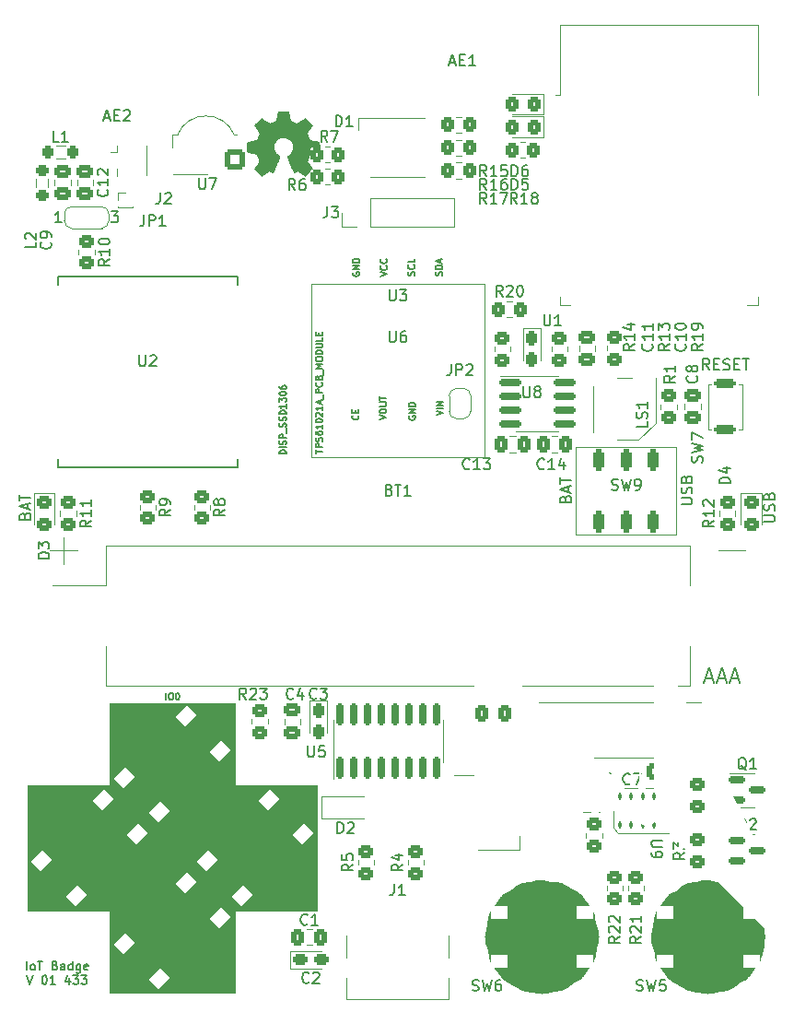
<source format=gbr>
G04 #@! TF.GenerationSoftware,KiCad,Pcbnew,6.0.11-2627ca5db0~126~ubuntu20.04.1*
G04 #@! TF.CreationDate,2023-08-31T15:29:59-05:00*
G04 #@! TF.ProjectId,iot-badge-433,696f742d-6261-4646-9765-2d3433332e6b,rev?*
G04 #@! TF.SameCoordinates,Original*
G04 #@! TF.FileFunction,Legend,Top*
G04 #@! TF.FilePolarity,Positive*
%FSLAX46Y46*%
G04 Gerber Fmt 4.6, Leading zero omitted, Abs format (unit mm)*
G04 Created by KiCad (PCBNEW 6.0.11-2627ca5db0~126~ubuntu20.04.1) date 2023-08-31 15:29:59*
%MOMM*%
%LPD*%
G01*
G04 APERTURE LIST*
G04 Aperture macros list*
%AMRoundRect*
0 Rectangle with rounded corners*
0 $1 Rounding radius*
0 $2 $3 $4 $5 $6 $7 $8 $9 X,Y pos of 4 corners*
0 Add a 4 corners polygon primitive as box body*
4,1,4,$2,$3,$4,$5,$6,$7,$8,$9,$2,$3,0*
0 Add four circle primitives for the rounded corners*
1,1,$1+$1,$2,$3*
1,1,$1+$1,$4,$5*
1,1,$1+$1,$6,$7*
1,1,$1+$1,$8,$9*
0 Add four rect primitives between the rounded corners*
20,1,$1+$1,$2,$3,$4,$5,0*
20,1,$1+$1,$4,$5,$6,$7,0*
20,1,$1+$1,$6,$7,$8,$9,0*
20,1,$1+$1,$8,$9,$2,$3,0*%
%AMRotRect*
0 Rectangle, with rotation*
0 The origin of the aperture is its center*
0 $1 length*
0 $2 width*
0 $3 Rotation angle, in degrees counterclockwise*
0 Add horizontal line*
21,1,$1,$2,0,0,$3*%
%AMFreePoly0*
4,1,22,0.500000,-0.750000,0.000000,-0.750000,0.000000,-0.745033,-0.079941,-0.743568,-0.215256,-0.701293,-0.333266,-0.622738,-0.424486,-0.514219,-0.481581,-0.384460,-0.499164,-0.250000,-0.500000,-0.250000,-0.500000,0.250000,-0.499164,0.250000,-0.499963,0.256109,-0.478152,0.396186,-0.417904,0.524511,-0.324060,0.630769,-0.204165,0.706417,-0.067858,0.745374,0.000000,0.744959,0.000000,0.750000,
0.500000,0.750000,0.500000,-0.750000,0.500000,-0.750000,$1*%
%AMFreePoly1*
4,1,20,0.000000,0.744959,0.073905,0.744508,0.209726,0.703889,0.328688,0.626782,0.421226,0.519385,0.479903,0.390333,0.500000,0.250000,0.500000,-0.250000,0.499851,-0.262216,0.476331,-0.402017,0.414519,-0.529596,0.319384,-0.634700,0.198574,-0.708877,0.061801,-0.746166,0.000000,-0.745033,0.000000,-0.750000,-0.500000,-0.750000,-0.500000,0.750000,0.000000,0.750000,0.000000,0.744959,
0.000000,0.744959,$1*%
%AMFreePoly2*
4,1,22,0.550000,-0.750000,0.000000,-0.750000,0.000000,-0.745033,-0.079941,-0.743568,-0.215256,-0.701293,-0.333266,-0.622738,-0.424486,-0.514219,-0.481581,-0.384460,-0.499164,-0.250000,-0.500000,-0.250000,-0.500000,0.250000,-0.499164,0.250000,-0.499963,0.256109,-0.478152,0.396186,-0.417904,0.524511,-0.324060,0.630769,-0.204165,0.706417,-0.067858,0.745374,0.000000,0.744959,0.000000,0.750000,
0.550000,0.750000,0.550000,-0.750000,0.550000,-0.750000,$1*%
%AMFreePoly3*
4,1,20,0.000000,0.744959,0.073905,0.744508,0.209726,0.703889,0.328688,0.626782,0.421226,0.519385,0.479903,0.390333,0.500000,0.250000,0.500000,-0.250000,0.499851,-0.262216,0.476331,-0.402017,0.414519,-0.529596,0.319384,-0.634700,0.198574,-0.708877,0.061801,-0.746166,0.000000,-0.745033,0.000000,-0.750000,-0.550000,-0.750000,-0.550000,0.750000,0.000000,0.750000,0.000000,0.744959,
0.000000,0.744959,$1*%
%AMFreePoly4*
4,1,57,-0.451886,0.759392,-0.288071,0.701059,-0.141249,0.607884,-0.018719,0.484495,0.073429,0.337027,0.130616,0.172808,0.150000,0.000000,0.149696,-0.021779,0.125495,-0.193978,0.063745,-0.356536,-0.032485,-0.501374,-0.158413,-0.621293,-0.307779,-0.710333,-0.473159,-0.764069,-0.646335,-0.779829,-0.818699,-0.756831,-0.981684,-0.696217,-1.127191,-0.601000,-1.247986,-0.475913,-1.338066,-0.327173,
-1.392955,-0.162171,-1.409437,0.005924,-1.114900,0.005924,-1.097072,-0.130409,-1.041697,-0.256259,-0.953226,-0.361508,-0.838770,-0.437696,-0.707532,-0.478698,-0.570061,-0.481217,-0.437409,-0.445052,-0.320238,-0.373110,-0.227970,-0.271173,-0.168020,-0.147437,-0.145832,-0.015554,-0.150000,0.000000,-0.146783,0.012005,-0.164556,0.136105,-0.221465,0.261269,-0.311215,0.365430,-0.426593,0.440214,
-0.558322,0.479609,-0.695813,0.480449,-0.828014,0.442666,-0.944297,0.369297,-1.035313,0.266241,-1.093747,0.141782,-1.114900,0.005924,-1.409437,0.005924,-1.409924,0.010891,-1.388130,0.183411,-1.328655,0.346815,-1.234457,0.492983,-1.110216,0.614648,-0.962108,0.705765,-0.797494,0.761804,-0.624555,0.779981,-0.451886,0.759392,-0.451886,0.759392,$1*%
G04 Aperture macros list end*
%ADD10C,0.120000*%
%ADD11C,5.260000*%
%ADD12C,0.150000*%
%ADD13C,0.010000*%
%ADD14R,0.900000X1.200000*%
%ADD15RoundRect,0.250000X-0.350000X-0.450000X0.350000X-0.450000X0.350000X0.450000X-0.350000X0.450000X0*%
%ADD16RoundRect,0.250000X0.450000X-0.350000X0.450000X0.350000X-0.450000X0.350000X-0.450000X-0.350000X0*%
%ADD17RoundRect,0.250000X-0.350000X0.275000X-0.350000X-0.275000X0.350000X-0.275000X0.350000X0.275000X0*%
%ADD18RoundRect,0.250000X-0.337500X-0.475000X0.337500X-0.475000X0.337500X0.475000X-0.337500X0.475000X0*%
%ADD19RoundRect,0.250000X-0.275000X0.400000X-0.275000X-0.400000X0.275000X-0.400000X0.275000X0.400000X0*%
%ADD20RoundRect,0.250000X0.325000X0.450000X-0.325000X0.450000X-0.325000X-0.450000X0.325000X-0.450000X0*%
%ADD21RoundRect,0.250000X-0.400000X-0.275000X0.400000X-0.275000X0.400000X0.275000X-0.400000X0.275000X0*%
%ADD22RoundRect,0.250000X0.275000X0.350000X-0.275000X0.350000X-0.275000X-0.350000X0.275000X-0.350000X0*%
%ADD23RoundRect,0.250000X-0.450000X0.350000X-0.450000X-0.350000X0.450000X-0.350000X0.450000X0.350000X0*%
%ADD24RoundRect,0.250000X-0.475000X0.337500X-0.475000X-0.337500X0.475000X-0.337500X0.475000X0.337500X0*%
%ADD25FreePoly0,90.000000*%
%ADD26FreePoly1,90.000000*%
%ADD27RoundRect,0.250000X-0.450000X0.325000X-0.450000X-0.325000X0.450000X-0.325000X0.450000X0.325000X0*%
%ADD28R,2.000000X0.900000*%
%ADD29R,0.900000X2.000000*%
%ADD30R,5.000000X5.000000*%
%ADD31R,1.050000X1.000000*%
%ADD32R,2.200000X1.050000*%
%ADD33RoundRect,0.150000X-0.825000X-0.150000X0.825000X-0.150000X0.825000X0.150000X-0.825000X0.150000X0*%
%ADD34RotRect,1.550000X1.300000X45.000000*%
%ADD35C,0.650000*%
%ADD36R,0.600000X1.450000*%
%ADD37R,0.300000X1.450000*%
%ADD38O,1.000000X2.100000*%
%ADD39O,1.000000X1.600000*%
%ADD40R,2.000000X1.500000*%
%ADD41R,2.000000X3.800000*%
%ADD42R,1.550000X1.300000*%
%ADD43RoundRect,0.150000X-0.587500X-0.150000X0.587500X-0.150000X0.587500X0.150000X-0.587500X0.150000X0*%
%ADD44FreePoly2,0.000000*%
%ADD45R,1.000000X1.500000*%
%ADD46FreePoly3,0.000000*%
%ADD47R,7.875000X2.000000*%
%ADD48RoundRect,0.150000X0.150000X-0.825000X0.150000X0.825000X-0.150000X0.825000X-0.150000X-0.825000X0*%
%ADD49C,6.200000*%
%ADD50C,1.700000*%
%ADD51C,1.524000*%
%ADD52C,0.500000*%
%ADD53RoundRect,0.100000X-0.100000X0.200000X-0.100000X-0.200000X0.100000X-0.200000X0.100000X0.200000X0*%
%ADD54FreePoly4,270.000000*%
%ADD55RoundRect,0.248400X0.651600X0.651600X-0.651600X0.651600X-0.651600X-0.651600X0.651600X-0.651600X0*%
%ADD56C,1.800000*%
%ADD57RoundRect,0.275000X-0.275000X0.700000X-0.275000X-0.700000X0.275000X-0.700000X0.275000X0.700000X0*%
%ADD58RoundRect,0.250000X0.337500X0.475000X-0.337500X0.475000X-0.337500X-0.475000X0.337500X-0.475000X0*%
%ADD59RoundRect,0.250000X0.475000X-0.337500X0.475000X0.337500X-0.475000X0.337500X-0.475000X-0.337500X0*%
%ADD60C,1.980000*%
%ADD61R,8.400000X5.100000*%
%ADD62R,1.700000X2.250000*%
%ADD63R,0.850000X0.850000*%
%ADD64R,2.000000X1.100000*%
%ADD65RoundRect,0.200000X0.800000X-0.200000X0.800000X0.200000X-0.800000X0.200000X-0.800000X-0.200000X0*%
%ADD66R,1.700000X1.700000*%
%ADD67O,1.700000X1.700000*%
G04 APERTURE END LIST*
D10*
X101000000Y-130050000D02*
X127600000Y-130050000D01*
X127600000Y-130050000D02*
X127600000Y-141550000D01*
X127600000Y-141550000D02*
X101000000Y-141550000D01*
X101000000Y-141550000D02*
X101000000Y-130050000D01*
G36*
X101000000Y-130050000D02*
G01*
X127600000Y-130050000D01*
X127600000Y-141550000D01*
X101000000Y-141550000D01*
X101000000Y-130050000D01*
G37*
D11*
X166151400Y-144000000D02*
G75*
G03*
X166151400Y-144000000I-2630000J0D01*
G01*
D10*
X108550000Y-122500000D02*
X120050000Y-122500000D01*
X120050000Y-122500000D02*
X120050000Y-149100000D01*
X120050000Y-149100000D02*
X108550000Y-149100000D01*
X108550000Y-149100000D02*
X108550000Y-122500000D01*
G36*
X108550000Y-122500000D02*
G01*
X120050000Y-122500000D01*
X120050000Y-149100000D01*
X108550000Y-149100000D01*
X108550000Y-122500000D01*
G37*
D11*
X150891400Y-144000000D02*
G75*
G03*
X150891400Y-144000000I-2630000J0D01*
G01*
D10*
X106670000Y-135800000D02*
X121930000Y-135800000D01*
X114300000Y-128150000D02*
X114300000Y-143450000D01*
D12*
X130890000Y-82957142D02*
X130861428Y-83014285D01*
X130861428Y-83100000D01*
X130890000Y-83185714D01*
X130947142Y-83242857D01*
X131004285Y-83271428D01*
X131118571Y-83300000D01*
X131204285Y-83300000D01*
X131318571Y-83271428D01*
X131375714Y-83242857D01*
X131432857Y-83185714D01*
X131461428Y-83100000D01*
X131461428Y-83042857D01*
X131432857Y-82957142D01*
X131404285Y-82928571D01*
X131204285Y-82928571D01*
X131204285Y-83042857D01*
X131461428Y-82671428D02*
X130861428Y-82671428D01*
X131461428Y-82328571D01*
X130861428Y-82328571D01*
X131461428Y-82042857D02*
X130861428Y-82042857D01*
X130861428Y-81900000D01*
X130890000Y-81814285D01*
X130947142Y-81757142D01*
X131004285Y-81728571D01*
X131118571Y-81700000D01*
X131204285Y-81700000D01*
X131318571Y-81728571D01*
X131375714Y-81757142D01*
X131432857Y-81814285D01*
X131461428Y-81900000D01*
X131461428Y-82042857D01*
X150428571Y-103738095D02*
X150476190Y-103595238D01*
X150523809Y-103547619D01*
X150619047Y-103500000D01*
X150761904Y-103500000D01*
X150857142Y-103547619D01*
X150904761Y-103595238D01*
X150952380Y-103690476D01*
X150952380Y-104071428D01*
X149952380Y-104071428D01*
X149952380Y-103738095D01*
X150000000Y-103642857D01*
X150047619Y-103595238D01*
X150142857Y-103547619D01*
X150238095Y-103547619D01*
X150333333Y-103595238D01*
X150380952Y-103642857D01*
X150428571Y-103738095D01*
X150428571Y-104071428D01*
X150666666Y-103119047D02*
X150666666Y-102642857D01*
X150952380Y-103214285D02*
X149952380Y-102880952D01*
X150952380Y-102547619D01*
X149952380Y-102357142D02*
X149952380Y-101785714D01*
X150952380Y-102071428D02*
X149952380Y-102071428D01*
X124731428Y-99628571D02*
X124131428Y-99628571D01*
X124131428Y-99485714D01*
X124160000Y-99400000D01*
X124217142Y-99342857D01*
X124274285Y-99314285D01*
X124388571Y-99285714D01*
X124474285Y-99285714D01*
X124588571Y-99314285D01*
X124645714Y-99342857D01*
X124702857Y-99400000D01*
X124731428Y-99485714D01*
X124731428Y-99628571D01*
X124731428Y-99028571D02*
X124131428Y-99028571D01*
X124702857Y-98771428D02*
X124731428Y-98685714D01*
X124731428Y-98542857D01*
X124702857Y-98485714D01*
X124674285Y-98457142D01*
X124617142Y-98428571D01*
X124560000Y-98428571D01*
X124502857Y-98457142D01*
X124474285Y-98485714D01*
X124445714Y-98542857D01*
X124417142Y-98657142D01*
X124388571Y-98714285D01*
X124360000Y-98742857D01*
X124302857Y-98771428D01*
X124245714Y-98771428D01*
X124188571Y-98742857D01*
X124160000Y-98714285D01*
X124131428Y-98657142D01*
X124131428Y-98514285D01*
X124160000Y-98428571D01*
X124731428Y-98171428D02*
X124131428Y-98171428D01*
X124131428Y-97942857D01*
X124160000Y-97885714D01*
X124188571Y-97857142D01*
X124245714Y-97828571D01*
X124331428Y-97828571D01*
X124388571Y-97857142D01*
X124417142Y-97885714D01*
X124445714Y-97942857D01*
X124445714Y-98171428D01*
X124788571Y-97714285D02*
X124788571Y-97257142D01*
X124702857Y-97142857D02*
X124731428Y-97057142D01*
X124731428Y-96914285D01*
X124702857Y-96857142D01*
X124674285Y-96828571D01*
X124617142Y-96800000D01*
X124560000Y-96800000D01*
X124502857Y-96828571D01*
X124474285Y-96857142D01*
X124445714Y-96914285D01*
X124417142Y-97028571D01*
X124388571Y-97085714D01*
X124360000Y-97114285D01*
X124302857Y-97142857D01*
X124245714Y-97142857D01*
X124188571Y-97114285D01*
X124160000Y-97085714D01*
X124131428Y-97028571D01*
X124131428Y-96885714D01*
X124160000Y-96800000D01*
X124702857Y-96571428D02*
X124731428Y-96485714D01*
X124731428Y-96342857D01*
X124702857Y-96285714D01*
X124674285Y-96257142D01*
X124617142Y-96228571D01*
X124560000Y-96228571D01*
X124502857Y-96257142D01*
X124474285Y-96285714D01*
X124445714Y-96342857D01*
X124417142Y-96457142D01*
X124388571Y-96514285D01*
X124360000Y-96542857D01*
X124302857Y-96571428D01*
X124245714Y-96571428D01*
X124188571Y-96542857D01*
X124160000Y-96514285D01*
X124131428Y-96457142D01*
X124131428Y-96314285D01*
X124160000Y-96228571D01*
X124731428Y-95971428D02*
X124131428Y-95971428D01*
X124131428Y-95828571D01*
X124160000Y-95742857D01*
X124217142Y-95685714D01*
X124274285Y-95657142D01*
X124388571Y-95628571D01*
X124474285Y-95628571D01*
X124588571Y-95657142D01*
X124645714Y-95685714D01*
X124702857Y-95742857D01*
X124731428Y-95828571D01*
X124731428Y-95971428D01*
X124731428Y-95057142D02*
X124731428Y-95400000D01*
X124731428Y-95228571D02*
X124131428Y-95228571D01*
X124217142Y-95285714D01*
X124274285Y-95342857D01*
X124302857Y-95400000D01*
X124131428Y-94857142D02*
X124131428Y-94485714D01*
X124360000Y-94685714D01*
X124360000Y-94600000D01*
X124388571Y-94542857D01*
X124417142Y-94514285D01*
X124474285Y-94485714D01*
X124617142Y-94485714D01*
X124674285Y-94514285D01*
X124702857Y-94542857D01*
X124731428Y-94600000D01*
X124731428Y-94771428D01*
X124702857Y-94828571D01*
X124674285Y-94857142D01*
X124131428Y-94114285D02*
X124131428Y-94057142D01*
X124160000Y-94000000D01*
X124188571Y-93971428D01*
X124245714Y-93942857D01*
X124360000Y-93914285D01*
X124502857Y-93914285D01*
X124617142Y-93942857D01*
X124674285Y-93971428D01*
X124702857Y-94000000D01*
X124731428Y-94057142D01*
X124731428Y-94114285D01*
X124702857Y-94171428D01*
X124674285Y-94200000D01*
X124617142Y-94228571D01*
X124502857Y-94257142D01*
X124360000Y-94257142D01*
X124245714Y-94228571D01*
X124188571Y-94200000D01*
X124160000Y-94171428D01*
X124131428Y-94114285D01*
X124131428Y-93400000D02*
X124131428Y-93514285D01*
X124160000Y-93571428D01*
X124188571Y-93600000D01*
X124274285Y-93657142D01*
X124388571Y-93685714D01*
X124617142Y-93685714D01*
X124674285Y-93657142D01*
X124702857Y-93628571D01*
X124731428Y-93571428D01*
X124731428Y-93457142D01*
X124702857Y-93400000D01*
X124674285Y-93371428D01*
X124617142Y-93342857D01*
X124474285Y-93342857D01*
X124417142Y-93371428D01*
X124388571Y-93400000D01*
X124360000Y-93457142D01*
X124360000Y-93571428D01*
X124388571Y-93628571D01*
X124417142Y-93657142D01*
X124474285Y-93685714D01*
X133348428Y-96457142D02*
X133948428Y-96257142D01*
X133348428Y-96057142D01*
X133348428Y-95742857D02*
X133348428Y-95628571D01*
X133377000Y-95571428D01*
X133434142Y-95514285D01*
X133548428Y-95485714D01*
X133748428Y-95485714D01*
X133862714Y-95514285D01*
X133919857Y-95571428D01*
X133948428Y-95628571D01*
X133948428Y-95742857D01*
X133919857Y-95800000D01*
X133862714Y-95857142D01*
X133748428Y-95885714D01*
X133548428Y-95885714D01*
X133434142Y-95857142D01*
X133377000Y-95800000D01*
X133348428Y-95742857D01*
X133348428Y-95228571D02*
X133834142Y-95228571D01*
X133891285Y-95200000D01*
X133919857Y-95171428D01*
X133948428Y-95114285D01*
X133948428Y-95000000D01*
X133919857Y-94942857D01*
X133891285Y-94914285D01*
X133834142Y-94885714D01*
X133348428Y-94885714D01*
X133348428Y-94685714D02*
X133348428Y-94342857D01*
X133948428Y-94514285D02*
X133348428Y-94514285D01*
X100900000Y-147037904D02*
X100900000Y-146237904D01*
X101395238Y-147037904D02*
X101319047Y-146999809D01*
X101280952Y-146961714D01*
X101242857Y-146885523D01*
X101242857Y-146656952D01*
X101280952Y-146580761D01*
X101319047Y-146542666D01*
X101395238Y-146504571D01*
X101509523Y-146504571D01*
X101585714Y-146542666D01*
X101623809Y-146580761D01*
X101661904Y-146656952D01*
X101661904Y-146885523D01*
X101623809Y-146961714D01*
X101585714Y-146999809D01*
X101509523Y-147037904D01*
X101395238Y-147037904D01*
X101890476Y-146237904D02*
X102347619Y-146237904D01*
X102119047Y-147037904D02*
X102119047Y-146237904D01*
X103490476Y-146618857D02*
X103604761Y-146656952D01*
X103642857Y-146695047D01*
X103680952Y-146771238D01*
X103680952Y-146885523D01*
X103642857Y-146961714D01*
X103604761Y-146999809D01*
X103528571Y-147037904D01*
X103223809Y-147037904D01*
X103223809Y-146237904D01*
X103490476Y-146237904D01*
X103566666Y-146276000D01*
X103604761Y-146314095D01*
X103642857Y-146390285D01*
X103642857Y-146466476D01*
X103604761Y-146542666D01*
X103566666Y-146580761D01*
X103490476Y-146618857D01*
X103223809Y-146618857D01*
X104366666Y-147037904D02*
X104366666Y-146618857D01*
X104328571Y-146542666D01*
X104252380Y-146504571D01*
X104100000Y-146504571D01*
X104023809Y-146542666D01*
X104366666Y-146999809D02*
X104290476Y-147037904D01*
X104100000Y-147037904D01*
X104023809Y-146999809D01*
X103985714Y-146923619D01*
X103985714Y-146847428D01*
X104023809Y-146771238D01*
X104100000Y-146733142D01*
X104290476Y-146733142D01*
X104366666Y-146695047D01*
X105090476Y-147037904D02*
X105090476Y-146237904D01*
X105090476Y-146999809D02*
X105014285Y-147037904D01*
X104861904Y-147037904D01*
X104785714Y-146999809D01*
X104747619Y-146961714D01*
X104709523Y-146885523D01*
X104709523Y-146656952D01*
X104747619Y-146580761D01*
X104785714Y-146542666D01*
X104861904Y-146504571D01*
X105014285Y-146504571D01*
X105090476Y-146542666D01*
X105814285Y-146504571D02*
X105814285Y-147152190D01*
X105776190Y-147228380D01*
X105738095Y-147266476D01*
X105661904Y-147304571D01*
X105547619Y-147304571D01*
X105471428Y-147266476D01*
X105814285Y-146999809D02*
X105738095Y-147037904D01*
X105585714Y-147037904D01*
X105509523Y-146999809D01*
X105471428Y-146961714D01*
X105433333Y-146885523D01*
X105433333Y-146656952D01*
X105471428Y-146580761D01*
X105509523Y-146542666D01*
X105585714Y-146504571D01*
X105738095Y-146504571D01*
X105814285Y-146542666D01*
X106500000Y-146999809D02*
X106423809Y-147037904D01*
X106271428Y-147037904D01*
X106195238Y-146999809D01*
X106157142Y-146923619D01*
X106157142Y-146618857D01*
X106195238Y-146542666D01*
X106271428Y-146504571D01*
X106423809Y-146504571D01*
X106500000Y-146542666D01*
X106538095Y-146618857D01*
X106538095Y-146695047D01*
X106157142Y-146771238D01*
X100919047Y-147525904D02*
X101185714Y-148325904D01*
X101452380Y-147525904D01*
X102480952Y-147525904D02*
X102557142Y-147525904D01*
X102633333Y-147564000D01*
X102671428Y-147602095D01*
X102709523Y-147678285D01*
X102747619Y-147830666D01*
X102747619Y-148021142D01*
X102709523Y-148173523D01*
X102671428Y-148249714D01*
X102633333Y-148287809D01*
X102557142Y-148325904D01*
X102480952Y-148325904D01*
X102404761Y-148287809D01*
X102366666Y-148249714D01*
X102328571Y-148173523D01*
X102290476Y-148021142D01*
X102290476Y-147830666D01*
X102328571Y-147678285D01*
X102366666Y-147602095D01*
X102404761Y-147564000D01*
X102480952Y-147525904D01*
X103509523Y-148325904D02*
X103052380Y-148325904D01*
X103280952Y-148325904D02*
X103280952Y-147525904D01*
X103204761Y-147640190D01*
X103128571Y-147716380D01*
X103052380Y-147754476D01*
X104804761Y-147792571D02*
X104804761Y-148325904D01*
X104614285Y-147487809D02*
X104423809Y-148059238D01*
X104919047Y-148059238D01*
X105147619Y-147525904D02*
X105642857Y-147525904D01*
X105376190Y-147830666D01*
X105490476Y-147830666D01*
X105566666Y-147868761D01*
X105604761Y-147906857D01*
X105642857Y-147983047D01*
X105642857Y-148173523D01*
X105604761Y-148249714D01*
X105566666Y-148287809D01*
X105490476Y-148325904D01*
X105261904Y-148325904D01*
X105185714Y-148287809D01*
X105147619Y-148249714D01*
X105909523Y-147525904D02*
X106404761Y-147525904D01*
X106138095Y-147830666D01*
X106252380Y-147830666D01*
X106328571Y-147868761D01*
X106366666Y-147906857D01*
X106404761Y-147983047D01*
X106404761Y-148173523D01*
X106366666Y-148249714D01*
X106328571Y-148287809D01*
X106252380Y-148325904D01*
X106023809Y-148325904D01*
X105947619Y-148287809D01*
X105909523Y-148249714D01*
X100728571Y-105308095D02*
X100776190Y-105165238D01*
X100823809Y-105117619D01*
X100919047Y-105070000D01*
X101061904Y-105070000D01*
X101157142Y-105117619D01*
X101204761Y-105165238D01*
X101252380Y-105260476D01*
X101252380Y-105641428D01*
X100252380Y-105641428D01*
X100252380Y-105308095D01*
X100300000Y-105212857D01*
X100347619Y-105165238D01*
X100442857Y-105117619D01*
X100538095Y-105117619D01*
X100633333Y-105165238D01*
X100680952Y-105212857D01*
X100728571Y-105308095D01*
X100728571Y-105641428D01*
X100966666Y-104689047D02*
X100966666Y-104212857D01*
X101252380Y-104784285D02*
X100252380Y-104450952D01*
X101252380Y-104117619D01*
X100252380Y-103927142D02*
X100252380Y-103355714D01*
X101252380Y-103641428D02*
X100252380Y-103641428D01*
X113700000Y-122191428D02*
X113700000Y-121591428D01*
X114100000Y-121591428D02*
X114214285Y-121591428D01*
X114271428Y-121620000D01*
X114328571Y-121677142D01*
X114357142Y-121791428D01*
X114357142Y-121991428D01*
X114328571Y-122105714D01*
X114271428Y-122162857D01*
X114214285Y-122191428D01*
X114100000Y-122191428D01*
X114042857Y-122162857D01*
X113985714Y-122105714D01*
X113957142Y-121991428D01*
X113957142Y-121791428D01*
X113985714Y-121677142D01*
X114042857Y-121620000D01*
X114100000Y-121591428D01*
X114728571Y-121591428D02*
X114785714Y-121591428D01*
X114842857Y-121620000D01*
X114871428Y-121648571D01*
X114900000Y-121705714D01*
X114928571Y-121820000D01*
X114928571Y-121962857D01*
X114900000Y-122077142D01*
X114871428Y-122134285D01*
X114842857Y-122162857D01*
X114785714Y-122191428D01*
X114728571Y-122191428D01*
X114671428Y-122162857D01*
X114642857Y-122134285D01*
X114614285Y-122077142D01*
X114585714Y-121962857D01*
X114585714Y-121820000D01*
X114614285Y-121705714D01*
X114642857Y-121648571D01*
X114671428Y-121620000D01*
X114728571Y-121591428D01*
X136023000Y-96157142D02*
X135994428Y-96214285D01*
X135994428Y-96300000D01*
X136023000Y-96385714D01*
X136080142Y-96442857D01*
X136137285Y-96471428D01*
X136251571Y-96500000D01*
X136337285Y-96500000D01*
X136451571Y-96471428D01*
X136508714Y-96442857D01*
X136565857Y-96385714D01*
X136594428Y-96300000D01*
X136594428Y-96242857D01*
X136565857Y-96157142D01*
X136537285Y-96128571D01*
X136337285Y-96128571D01*
X136337285Y-96242857D01*
X136594428Y-95871428D02*
X135994428Y-95871428D01*
X136594428Y-95528571D01*
X135994428Y-95528571D01*
X136594428Y-95242857D02*
X135994428Y-95242857D01*
X135994428Y-95100000D01*
X136023000Y-95014285D01*
X136080142Y-94957142D01*
X136137285Y-94928571D01*
X136251571Y-94900000D01*
X136337285Y-94900000D01*
X136451571Y-94928571D01*
X136508714Y-94957142D01*
X136565857Y-95014285D01*
X136594428Y-95100000D01*
X136594428Y-95242857D01*
X131351285Y-96085714D02*
X131379857Y-96114285D01*
X131408428Y-96200000D01*
X131408428Y-96257142D01*
X131379857Y-96342857D01*
X131322714Y-96400000D01*
X131265571Y-96428571D01*
X131151285Y-96457142D01*
X131065571Y-96457142D01*
X130951285Y-96428571D01*
X130894142Y-96400000D01*
X130837000Y-96342857D01*
X130808428Y-96257142D01*
X130808428Y-96200000D01*
X130837000Y-96114285D01*
X130865571Y-96085714D01*
X131094142Y-95828571D02*
X131094142Y-95628571D01*
X131408428Y-95542857D02*
X131408428Y-95828571D01*
X130808428Y-95828571D01*
X130808428Y-95542857D01*
X161052380Y-104261904D02*
X161861904Y-104261904D01*
X161957142Y-104214285D01*
X162004761Y-104166666D01*
X162052380Y-104071428D01*
X162052380Y-103880952D01*
X162004761Y-103785714D01*
X161957142Y-103738095D01*
X161861904Y-103690476D01*
X161052380Y-103690476D01*
X162004761Y-103261904D02*
X162052380Y-103119047D01*
X162052380Y-102880952D01*
X162004761Y-102785714D01*
X161957142Y-102738095D01*
X161861904Y-102690476D01*
X161766666Y-102690476D01*
X161671428Y-102738095D01*
X161623809Y-102785714D01*
X161576190Y-102880952D01*
X161528571Y-103071428D01*
X161480952Y-103166666D01*
X161433333Y-103214285D01*
X161338095Y-103261904D01*
X161242857Y-103261904D01*
X161147619Y-103214285D01*
X161100000Y-103166666D01*
X161052380Y-103071428D01*
X161052380Y-102833333D01*
X161100000Y-102690476D01*
X161528571Y-101928571D02*
X161576190Y-101785714D01*
X161623809Y-101738095D01*
X161719047Y-101690476D01*
X161861904Y-101690476D01*
X161957142Y-101738095D01*
X162004761Y-101785714D01*
X162052380Y-101880952D01*
X162052380Y-102261904D01*
X161052380Y-102261904D01*
X161052380Y-101928571D01*
X161100000Y-101833333D01*
X161147619Y-101785714D01*
X161242857Y-101738095D01*
X161338095Y-101738095D01*
X161433333Y-101785714D01*
X161480952Y-101833333D01*
X161528571Y-101928571D01*
X161528571Y-102261904D01*
X127458428Y-99565714D02*
X127458428Y-99222857D01*
X128058428Y-99394285D02*
X127458428Y-99394285D01*
X128058428Y-99022857D02*
X127458428Y-99022857D01*
X127458428Y-98794285D01*
X127487000Y-98737142D01*
X127515571Y-98708571D01*
X127572714Y-98680000D01*
X127658428Y-98680000D01*
X127715571Y-98708571D01*
X127744142Y-98737142D01*
X127772714Y-98794285D01*
X127772714Y-99022857D01*
X128029857Y-98451428D02*
X128058428Y-98365714D01*
X128058428Y-98222857D01*
X128029857Y-98165714D01*
X128001285Y-98137142D01*
X127944142Y-98108571D01*
X127887000Y-98108571D01*
X127829857Y-98137142D01*
X127801285Y-98165714D01*
X127772714Y-98222857D01*
X127744142Y-98337142D01*
X127715571Y-98394285D01*
X127687000Y-98422857D01*
X127629857Y-98451428D01*
X127572714Y-98451428D01*
X127515571Y-98422857D01*
X127487000Y-98394285D01*
X127458428Y-98337142D01*
X127458428Y-98194285D01*
X127487000Y-98108571D01*
X127458428Y-97594285D02*
X127458428Y-97708571D01*
X127487000Y-97765714D01*
X127515571Y-97794285D01*
X127601285Y-97851428D01*
X127715571Y-97880000D01*
X127944142Y-97880000D01*
X128001285Y-97851428D01*
X128029857Y-97822857D01*
X128058428Y-97765714D01*
X128058428Y-97651428D01*
X128029857Y-97594285D01*
X128001285Y-97565714D01*
X127944142Y-97537142D01*
X127801285Y-97537142D01*
X127744142Y-97565714D01*
X127715571Y-97594285D01*
X127687000Y-97651428D01*
X127687000Y-97765714D01*
X127715571Y-97822857D01*
X127744142Y-97851428D01*
X127801285Y-97880000D01*
X128058428Y-96965714D02*
X128058428Y-97308571D01*
X128058428Y-97137142D02*
X127458428Y-97137142D01*
X127544142Y-97194285D01*
X127601285Y-97251428D01*
X127629857Y-97308571D01*
X127458428Y-96594285D02*
X127458428Y-96537142D01*
X127487000Y-96480000D01*
X127515571Y-96451428D01*
X127572714Y-96422857D01*
X127687000Y-96394285D01*
X127829857Y-96394285D01*
X127944142Y-96422857D01*
X128001285Y-96451428D01*
X128029857Y-96480000D01*
X128058428Y-96537142D01*
X128058428Y-96594285D01*
X128029857Y-96651428D01*
X128001285Y-96680000D01*
X127944142Y-96708571D01*
X127829857Y-96737142D01*
X127687000Y-96737142D01*
X127572714Y-96708571D01*
X127515571Y-96680000D01*
X127487000Y-96651428D01*
X127458428Y-96594285D01*
X127515571Y-96165714D02*
X127487000Y-96137142D01*
X127458428Y-96080000D01*
X127458428Y-95937142D01*
X127487000Y-95880000D01*
X127515571Y-95851428D01*
X127572714Y-95822857D01*
X127629857Y-95822857D01*
X127715571Y-95851428D01*
X128058428Y-96194285D01*
X128058428Y-95822857D01*
X128058428Y-95251428D02*
X128058428Y-95594285D01*
X128058428Y-95422857D02*
X127458428Y-95422857D01*
X127544142Y-95480000D01*
X127601285Y-95537142D01*
X127629857Y-95594285D01*
X127887000Y-95022857D02*
X127887000Y-94737142D01*
X128058428Y-95080000D02*
X127458428Y-94880000D01*
X128058428Y-94680000D01*
X128115571Y-94622857D02*
X128115571Y-94165714D01*
X128058428Y-94022857D02*
X127458428Y-94022857D01*
X127458428Y-93794285D01*
X127487000Y-93737142D01*
X127515571Y-93708571D01*
X127572714Y-93680000D01*
X127658428Y-93680000D01*
X127715571Y-93708571D01*
X127744142Y-93737142D01*
X127772714Y-93794285D01*
X127772714Y-94022857D01*
X128001285Y-93080000D02*
X128029857Y-93108571D01*
X128058428Y-93194285D01*
X128058428Y-93251428D01*
X128029857Y-93337142D01*
X127972714Y-93394285D01*
X127915571Y-93422857D01*
X127801285Y-93451428D01*
X127715571Y-93451428D01*
X127601285Y-93422857D01*
X127544142Y-93394285D01*
X127487000Y-93337142D01*
X127458428Y-93251428D01*
X127458428Y-93194285D01*
X127487000Y-93108571D01*
X127515571Y-93080000D01*
X127744142Y-92622857D02*
X127772714Y-92537142D01*
X127801285Y-92508571D01*
X127858428Y-92480000D01*
X127944142Y-92480000D01*
X128001285Y-92508571D01*
X128029857Y-92537142D01*
X128058428Y-92594285D01*
X128058428Y-92822857D01*
X127458428Y-92822857D01*
X127458428Y-92622857D01*
X127487000Y-92565714D01*
X127515571Y-92537142D01*
X127572714Y-92508571D01*
X127629857Y-92508571D01*
X127687000Y-92537142D01*
X127715571Y-92565714D01*
X127744142Y-92622857D01*
X127744142Y-92822857D01*
X128115571Y-92365714D02*
X128115571Y-91908571D01*
X128058428Y-91765714D02*
X127458428Y-91765714D01*
X127887000Y-91565714D01*
X127458428Y-91365714D01*
X128058428Y-91365714D01*
X127458428Y-90965714D02*
X127458428Y-90851428D01*
X127487000Y-90794285D01*
X127544142Y-90737142D01*
X127658428Y-90708571D01*
X127858428Y-90708571D01*
X127972714Y-90737142D01*
X128029857Y-90794285D01*
X128058428Y-90851428D01*
X128058428Y-90965714D01*
X128029857Y-91022857D01*
X127972714Y-91080000D01*
X127858428Y-91108571D01*
X127658428Y-91108571D01*
X127544142Y-91080000D01*
X127487000Y-91022857D01*
X127458428Y-90965714D01*
X128058428Y-90451428D02*
X127458428Y-90451428D01*
X127458428Y-90308571D01*
X127487000Y-90222857D01*
X127544142Y-90165714D01*
X127601285Y-90137142D01*
X127715571Y-90108571D01*
X127801285Y-90108571D01*
X127915571Y-90137142D01*
X127972714Y-90165714D01*
X128029857Y-90222857D01*
X128058428Y-90308571D01*
X128058428Y-90451428D01*
X127458428Y-89851428D02*
X127944142Y-89851428D01*
X128001285Y-89822857D01*
X128029857Y-89794285D01*
X128058428Y-89737142D01*
X128058428Y-89622857D01*
X128029857Y-89565714D01*
X128001285Y-89537142D01*
X127944142Y-89508571D01*
X127458428Y-89508571D01*
X128058428Y-88937142D02*
X128058428Y-89222857D01*
X127458428Y-89222857D01*
X127744142Y-88737142D02*
X127744142Y-88537142D01*
X128058428Y-88451428D02*
X128058428Y-88737142D01*
X127458428Y-88737142D01*
X127458428Y-88451428D01*
X138534428Y-96057142D02*
X139134428Y-95857142D01*
X138534428Y-95657142D01*
X139134428Y-95457142D02*
X138534428Y-95457142D01*
X139134428Y-95171428D02*
X138534428Y-95171428D01*
X139134428Y-94828571D01*
X138534428Y-94828571D01*
X136512857Y-83214285D02*
X136541428Y-83128571D01*
X136541428Y-82985714D01*
X136512857Y-82928571D01*
X136484285Y-82900000D01*
X136427142Y-82871428D01*
X136370000Y-82871428D01*
X136312857Y-82900000D01*
X136284285Y-82928571D01*
X136255714Y-82985714D01*
X136227142Y-83100000D01*
X136198571Y-83157142D01*
X136170000Y-83185714D01*
X136112857Y-83214285D01*
X136055714Y-83214285D01*
X135998571Y-83185714D01*
X135970000Y-83157142D01*
X135941428Y-83100000D01*
X135941428Y-82957142D01*
X135970000Y-82871428D01*
X136484285Y-82271428D02*
X136512857Y-82300000D01*
X136541428Y-82385714D01*
X136541428Y-82442857D01*
X136512857Y-82528571D01*
X136455714Y-82585714D01*
X136398571Y-82614285D01*
X136284285Y-82642857D01*
X136198571Y-82642857D01*
X136084285Y-82614285D01*
X136027142Y-82585714D01*
X135970000Y-82528571D01*
X135941428Y-82442857D01*
X135941428Y-82385714D01*
X135970000Y-82300000D01*
X135998571Y-82271428D01*
X136541428Y-81728571D02*
X136541428Y-82014285D01*
X135941428Y-82014285D01*
X168652380Y-105831904D02*
X169461904Y-105831904D01*
X169557142Y-105784285D01*
X169604761Y-105736666D01*
X169652380Y-105641428D01*
X169652380Y-105450952D01*
X169604761Y-105355714D01*
X169557142Y-105308095D01*
X169461904Y-105260476D01*
X168652380Y-105260476D01*
X169604761Y-104831904D02*
X169652380Y-104689047D01*
X169652380Y-104450952D01*
X169604761Y-104355714D01*
X169557142Y-104308095D01*
X169461904Y-104260476D01*
X169366666Y-104260476D01*
X169271428Y-104308095D01*
X169223809Y-104355714D01*
X169176190Y-104450952D01*
X169128571Y-104641428D01*
X169080952Y-104736666D01*
X169033333Y-104784285D01*
X168938095Y-104831904D01*
X168842857Y-104831904D01*
X168747619Y-104784285D01*
X168700000Y-104736666D01*
X168652380Y-104641428D01*
X168652380Y-104403333D01*
X168700000Y-104260476D01*
X169128571Y-103498571D02*
X169176190Y-103355714D01*
X169223809Y-103308095D01*
X169319047Y-103260476D01*
X169461904Y-103260476D01*
X169557142Y-103308095D01*
X169604761Y-103355714D01*
X169652380Y-103450952D01*
X169652380Y-103831904D01*
X168652380Y-103831904D01*
X168652380Y-103498571D01*
X168700000Y-103403333D01*
X168747619Y-103355714D01*
X168842857Y-103308095D01*
X168938095Y-103308095D01*
X169033333Y-103355714D01*
X169080952Y-103403333D01*
X169128571Y-103498571D01*
X169128571Y-103831904D01*
X163647619Y-91892380D02*
X163314285Y-91416190D01*
X163076190Y-91892380D02*
X163076190Y-90892380D01*
X163457142Y-90892380D01*
X163552380Y-90940000D01*
X163600000Y-90987619D01*
X163647619Y-91082857D01*
X163647619Y-91225714D01*
X163600000Y-91320952D01*
X163552380Y-91368571D01*
X163457142Y-91416190D01*
X163076190Y-91416190D01*
X164076190Y-91368571D02*
X164409523Y-91368571D01*
X164552380Y-91892380D02*
X164076190Y-91892380D01*
X164076190Y-90892380D01*
X164552380Y-90892380D01*
X164933333Y-91844761D02*
X165076190Y-91892380D01*
X165314285Y-91892380D01*
X165409523Y-91844761D01*
X165457142Y-91797142D01*
X165504761Y-91701904D01*
X165504761Y-91606666D01*
X165457142Y-91511428D01*
X165409523Y-91463809D01*
X165314285Y-91416190D01*
X165123809Y-91368571D01*
X165028571Y-91320952D01*
X164980952Y-91273333D01*
X164933333Y-91178095D01*
X164933333Y-91082857D01*
X164980952Y-90987619D01*
X165028571Y-90940000D01*
X165123809Y-90892380D01*
X165361904Y-90892380D01*
X165504761Y-90940000D01*
X165933333Y-91368571D02*
X166266666Y-91368571D01*
X166409523Y-91892380D02*
X165933333Y-91892380D01*
X165933333Y-90892380D01*
X166409523Y-90892380D01*
X166695238Y-90892380D02*
X167266666Y-90892380D01*
X166980952Y-91892380D02*
X166980952Y-90892380D01*
X133401428Y-83300000D02*
X134001428Y-83100000D01*
X133401428Y-82900000D01*
X133944285Y-82357142D02*
X133972857Y-82385714D01*
X134001428Y-82471428D01*
X134001428Y-82528571D01*
X133972857Y-82614285D01*
X133915714Y-82671428D01*
X133858571Y-82700000D01*
X133744285Y-82728571D01*
X133658571Y-82728571D01*
X133544285Y-82700000D01*
X133487142Y-82671428D01*
X133430000Y-82614285D01*
X133401428Y-82528571D01*
X133401428Y-82471428D01*
X133430000Y-82385714D01*
X133458571Y-82357142D01*
X133944285Y-81757142D02*
X133972857Y-81785714D01*
X134001428Y-81871428D01*
X134001428Y-81928571D01*
X133972857Y-82014285D01*
X133915714Y-82071428D01*
X133858571Y-82100000D01*
X133744285Y-82128571D01*
X133658571Y-82128571D01*
X133544285Y-82100000D01*
X133487142Y-82071428D01*
X133430000Y-82014285D01*
X133401428Y-81928571D01*
X133401428Y-81871428D01*
X133430000Y-81785714D01*
X133458571Y-81757142D01*
X163266666Y-120233333D02*
X163933333Y-120233333D01*
X163133333Y-120633333D02*
X163600000Y-119233333D01*
X164066666Y-120633333D01*
X164466666Y-120233333D02*
X165133333Y-120233333D01*
X164333333Y-120633333D02*
X164800000Y-119233333D01*
X165266666Y-120633333D01*
X165666666Y-120233333D02*
X166333333Y-120233333D01*
X165533333Y-120633333D02*
X166000000Y-119233333D01*
X166466666Y-120633333D01*
X139052857Y-83228571D02*
X139081428Y-83142857D01*
X139081428Y-83000000D01*
X139052857Y-82942857D01*
X139024285Y-82914285D01*
X138967142Y-82885714D01*
X138910000Y-82885714D01*
X138852857Y-82914285D01*
X138824285Y-82942857D01*
X138795714Y-83000000D01*
X138767142Y-83114285D01*
X138738571Y-83171428D01*
X138710000Y-83200000D01*
X138652857Y-83228571D01*
X138595714Y-83228571D01*
X138538571Y-83200000D01*
X138510000Y-83171428D01*
X138481428Y-83114285D01*
X138481428Y-82971428D01*
X138510000Y-82885714D01*
X139081428Y-82628571D02*
X138481428Y-82628571D01*
X138481428Y-82485714D01*
X138510000Y-82400000D01*
X138567142Y-82342857D01*
X138624285Y-82314285D01*
X138738571Y-82285714D01*
X138824285Y-82285714D01*
X138938571Y-82314285D01*
X138995714Y-82342857D01*
X139052857Y-82400000D01*
X139081428Y-82485714D01*
X139081428Y-82628571D01*
X138910000Y-82057142D02*
X138910000Y-81771428D01*
X139081428Y-82114285D02*
X138481428Y-81914285D01*
X139081428Y-81714285D01*
X129461904Y-134452380D02*
X129461904Y-133452380D01*
X129700000Y-133452380D01*
X129842857Y-133500000D01*
X129938095Y-133595238D01*
X129985714Y-133690476D01*
X130033333Y-133880952D01*
X130033333Y-134023809D01*
X129985714Y-134214285D01*
X129938095Y-134309523D01*
X129842857Y-134404761D01*
X129700000Y-134452380D01*
X129461904Y-134452380D01*
X130414285Y-133547619D02*
X130461904Y-133500000D01*
X130557142Y-133452380D01*
X130795238Y-133452380D01*
X130890476Y-133500000D01*
X130938095Y-133547619D01*
X130985714Y-133642857D01*
X130985714Y-133738095D01*
X130938095Y-133880952D01*
X130366666Y-134452380D01*
X130985714Y-134452380D01*
X143157142Y-76652380D02*
X142823809Y-76176190D01*
X142585714Y-76652380D02*
X142585714Y-75652380D01*
X142966666Y-75652380D01*
X143061904Y-75700000D01*
X143109523Y-75747619D01*
X143157142Y-75842857D01*
X143157142Y-75985714D01*
X143109523Y-76080952D01*
X143061904Y-76128571D01*
X142966666Y-76176190D01*
X142585714Y-76176190D01*
X144109523Y-76652380D02*
X143538095Y-76652380D01*
X143823809Y-76652380D02*
X143823809Y-75652380D01*
X143728571Y-75795238D01*
X143633333Y-75890476D01*
X143538095Y-75938095D01*
X144442857Y-75652380D02*
X145109523Y-75652380D01*
X144680952Y-76652380D01*
X121057142Y-122152380D02*
X120723809Y-121676190D01*
X120485714Y-122152380D02*
X120485714Y-121152380D01*
X120866666Y-121152380D01*
X120961904Y-121200000D01*
X121009523Y-121247619D01*
X121057142Y-121342857D01*
X121057142Y-121485714D01*
X121009523Y-121580952D01*
X120961904Y-121628571D01*
X120866666Y-121676190D01*
X120485714Y-121676190D01*
X121438095Y-121247619D02*
X121485714Y-121200000D01*
X121580952Y-121152380D01*
X121819047Y-121152380D01*
X121914285Y-121200000D01*
X121961904Y-121247619D01*
X122009523Y-121342857D01*
X122009523Y-121438095D01*
X121961904Y-121580952D01*
X121390476Y-122152380D01*
X122009523Y-122152380D01*
X122342857Y-121152380D02*
X122961904Y-121152380D01*
X122628571Y-121533333D01*
X122771428Y-121533333D01*
X122866666Y-121580952D01*
X122914285Y-121628571D01*
X122961904Y-121723809D01*
X122961904Y-121961904D01*
X122914285Y-122057142D01*
X122866666Y-122104761D01*
X122771428Y-122152380D01*
X122485714Y-122152380D01*
X122390476Y-122104761D01*
X122342857Y-122057142D01*
X157352380Y-143952857D02*
X156876190Y-144286190D01*
X157352380Y-144524285D02*
X156352380Y-144524285D01*
X156352380Y-144143333D01*
X156400000Y-144048095D01*
X156447619Y-144000476D01*
X156542857Y-143952857D01*
X156685714Y-143952857D01*
X156780952Y-144000476D01*
X156828571Y-144048095D01*
X156876190Y-144143333D01*
X156876190Y-144524285D01*
X156447619Y-143571904D02*
X156400000Y-143524285D01*
X156352380Y-143429047D01*
X156352380Y-143190952D01*
X156400000Y-143095714D01*
X156447619Y-143048095D01*
X156542857Y-143000476D01*
X156638095Y-143000476D01*
X156780952Y-143048095D01*
X157352380Y-143619523D01*
X157352380Y-143000476D01*
X157352380Y-142048095D02*
X157352380Y-142619523D01*
X157352380Y-142333809D02*
X156352380Y-142333809D01*
X156495238Y-142429047D01*
X156590476Y-142524285D01*
X156638095Y-142619523D01*
X101752380Y-80176666D02*
X101752380Y-80652857D01*
X100752380Y-80652857D01*
X100847619Y-79890952D02*
X100800000Y-79843333D01*
X100752380Y-79748095D01*
X100752380Y-79510000D01*
X100800000Y-79414761D01*
X100847619Y-79367142D01*
X100942857Y-79319523D01*
X101038095Y-79319523D01*
X101180952Y-79367142D01*
X101752380Y-79938571D01*
X101752380Y-79319523D01*
X145957142Y-76652380D02*
X145623809Y-76176190D01*
X145385714Y-76652380D02*
X145385714Y-75652380D01*
X145766666Y-75652380D01*
X145861904Y-75700000D01*
X145909523Y-75747619D01*
X145957142Y-75842857D01*
X145957142Y-75985714D01*
X145909523Y-76080952D01*
X145861904Y-76128571D01*
X145766666Y-76176190D01*
X145385714Y-76176190D01*
X146909523Y-76652380D02*
X146338095Y-76652380D01*
X146623809Y-76652380D02*
X146623809Y-75652380D01*
X146528571Y-75795238D01*
X146433333Y-75890476D01*
X146338095Y-75938095D01*
X147480952Y-76080952D02*
X147385714Y-76033333D01*
X147338095Y-75985714D01*
X147290476Y-75890476D01*
X147290476Y-75842857D01*
X147338095Y-75747619D01*
X147385714Y-75700000D01*
X147480952Y-75652380D01*
X147671428Y-75652380D01*
X147766666Y-75700000D01*
X147814285Y-75747619D01*
X147861904Y-75842857D01*
X147861904Y-75890476D01*
X147814285Y-75985714D01*
X147766666Y-76033333D01*
X147671428Y-76080952D01*
X147480952Y-76080952D01*
X147385714Y-76128571D01*
X147338095Y-76176190D01*
X147290476Y-76271428D01*
X147290476Y-76461904D01*
X147338095Y-76557142D01*
X147385714Y-76604761D01*
X147480952Y-76652380D01*
X147671428Y-76652380D01*
X147766666Y-76604761D01*
X147814285Y-76557142D01*
X147861904Y-76461904D01*
X147861904Y-76271428D01*
X147814285Y-76176190D01*
X147766666Y-76128571D01*
X147671428Y-76080952D01*
X143157142Y-74112380D02*
X142823809Y-73636190D01*
X142585714Y-74112380D02*
X142585714Y-73112380D01*
X142966666Y-73112380D01*
X143061904Y-73160000D01*
X143109523Y-73207619D01*
X143157142Y-73302857D01*
X143157142Y-73445714D01*
X143109523Y-73540952D01*
X143061904Y-73588571D01*
X142966666Y-73636190D01*
X142585714Y-73636190D01*
X144109523Y-74112380D02*
X143538095Y-74112380D01*
X143823809Y-74112380D02*
X143823809Y-73112380D01*
X143728571Y-73255238D01*
X143633333Y-73350476D01*
X143538095Y-73398095D01*
X145014285Y-73112380D02*
X144538095Y-73112380D01*
X144490476Y-73588571D01*
X144538095Y-73540952D01*
X144633333Y-73493333D01*
X144871428Y-73493333D01*
X144966666Y-73540952D01*
X145014285Y-73588571D01*
X145061904Y-73683809D01*
X145061904Y-73921904D01*
X145014285Y-74017142D01*
X144966666Y-74064761D01*
X144871428Y-74112380D01*
X144633333Y-74112380D01*
X144538095Y-74064761D01*
X144490476Y-74017142D01*
X126694633Y-142802142D02*
X126647014Y-142849761D01*
X126504157Y-142897380D01*
X126408919Y-142897380D01*
X126266061Y-142849761D01*
X126170823Y-142754523D01*
X126123204Y-142659285D01*
X126075585Y-142468809D01*
X126075585Y-142325952D01*
X126123204Y-142135476D01*
X126170823Y-142040238D01*
X126266061Y-141945000D01*
X126408919Y-141897380D01*
X126504157Y-141897380D01*
X126647014Y-141945000D01*
X126694633Y-141992619D01*
X127647014Y-142897380D02*
X127075585Y-142897380D01*
X127361300Y-142897380D02*
X127361300Y-141897380D01*
X127266061Y-142040238D01*
X127170823Y-142135476D01*
X127075585Y-142183095D01*
X127533333Y-122057142D02*
X127485714Y-122104761D01*
X127342857Y-122152380D01*
X127247619Y-122152380D01*
X127104761Y-122104761D01*
X127009523Y-122009523D01*
X126961904Y-121914285D01*
X126914285Y-121723809D01*
X126914285Y-121580952D01*
X126961904Y-121390476D01*
X127009523Y-121295238D01*
X127104761Y-121200000D01*
X127247619Y-121152380D01*
X127342857Y-121152380D01*
X127485714Y-121200000D01*
X127533333Y-121247619D01*
X127866666Y-121152380D02*
X128485714Y-121152380D01*
X128152380Y-121533333D01*
X128295238Y-121533333D01*
X128390476Y-121580952D01*
X128438095Y-121628571D01*
X128485714Y-121723809D01*
X128485714Y-121961904D01*
X128438095Y-122057142D01*
X128390476Y-122104761D01*
X128295238Y-122152380D01*
X128009523Y-122152380D01*
X127914285Y-122104761D01*
X127866666Y-122057142D01*
X145461904Y-74112380D02*
X145461904Y-73112380D01*
X145700000Y-73112380D01*
X145842857Y-73160000D01*
X145938095Y-73255238D01*
X145985714Y-73350476D01*
X146033333Y-73540952D01*
X146033333Y-73683809D01*
X145985714Y-73874285D01*
X145938095Y-73969523D01*
X145842857Y-74064761D01*
X145700000Y-74112380D01*
X145461904Y-74112380D01*
X146890476Y-73112380D02*
X146700000Y-73112380D01*
X146604761Y-73160000D01*
X146557142Y-73207619D01*
X146461904Y-73350476D01*
X146414285Y-73540952D01*
X146414285Y-73921904D01*
X146461904Y-74017142D01*
X146509523Y-74064761D01*
X146604761Y-74112380D01*
X146795238Y-74112380D01*
X146890476Y-74064761D01*
X146938095Y-74017142D01*
X146985714Y-73921904D01*
X146985714Y-73683809D01*
X146938095Y-73588571D01*
X146890476Y-73540952D01*
X146795238Y-73493333D01*
X146604761Y-73493333D01*
X146509523Y-73540952D01*
X146461904Y-73588571D01*
X146414285Y-73683809D01*
X153733333Y-129897142D02*
X153685714Y-129944761D01*
X153542857Y-129992380D01*
X153447619Y-129992380D01*
X153304761Y-129944761D01*
X153209523Y-129849523D01*
X153161904Y-129754285D01*
X153114285Y-129563809D01*
X153114285Y-129420952D01*
X153161904Y-129230476D01*
X153209523Y-129135238D01*
X153304761Y-129040000D01*
X153447619Y-128992380D01*
X153542857Y-128992380D01*
X153685714Y-129040000D01*
X153733333Y-129087619D01*
X154590476Y-128992380D02*
X154400000Y-128992380D01*
X154304761Y-129040000D01*
X154257142Y-129087619D01*
X154161904Y-129230476D01*
X154114285Y-129420952D01*
X154114285Y-129801904D01*
X154161904Y-129897142D01*
X154209523Y-129944761D01*
X154304761Y-129992380D01*
X154495238Y-129992380D01*
X154590476Y-129944761D01*
X154638095Y-129897142D01*
X154685714Y-129801904D01*
X154685714Y-129563809D01*
X154638095Y-129468571D01*
X154590476Y-129420952D01*
X154495238Y-129373333D01*
X154304761Y-129373333D01*
X154209523Y-129420952D01*
X154161904Y-129468571D01*
X154114285Y-129563809D01*
X126833333Y-148137142D02*
X126785714Y-148184761D01*
X126642857Y-148232380D01*
X126547619Y-148232380D01*
X126404761Y-148184761D01*
X126309523Y-148089523D01*
X126261904Y-147994285D01*
X126214285Y-147803809D01*
X126214285Y-147660952D01*
X126261904Y-147470476D01*
X126309523Y-147375238D01*
X126404761Y-147280000D01*
X126547619Y-147232380D01*
X126642857Y-147232380D01*
X126785714Y-147280000D01*
X126833333Y-147327619D01*
X127214285Y-147327619D02*
X127261904Y-147280000D01*
X127357142Y-147232380D01*
X127595238Y-147232380D01*
X127690476Y-147280000D01*
X127738095Y-147327619D01*
X127785714Y-147422857D01*
X127785714Y-147518095D01*
X127738095Y-147660952D01*
X127166666Y-148232380D01*
X127785714Y-148232380D01*
X103833333Y-70952380D02*
X103357142Y-70952380D01*
X103357142Y-69952380D01*
X104690476Y-70952380D02*
X104119047Y-70952380D01*
X104404761Y-70952380D02*
X104404761Y-69952380D01*
X104309523Y-70095238D01*
X104214285Y-70190476D01*
X104119047Y-70238095D01*
X108502380Y-81742857D02*
X108026190Y-82076190D01*
X108502380Y-82314285D02*
X107502380Y-82314285D01*
X107502380Y-81933333D01*
X107550000Y-81838095D01*
X107597619Y-81790476D01*
X107692857Y-81742857D01*
X107835714Y-81742857D01*
X107930952Y-81790476D01*
X107978571Y-81838095D01*
X108026190Y-81933333D01*
X108026190Y-82314285D01*
X108502380Y-80790476D02*
X108502380Y-81361904D01*
X108502380Y-81076190D02*
X107502380Y-81076190D01*
X107645238Y-81171428D01*
X107740476Y-81266666D01*
X107788095Y-81361904D01*
X107502380Y-80171428D02*
X107502380Y-80076190D01*
X107550000Y-79980952D01*
X107597619Y-79933333D01*
X107692857Y-79885714D01*
X107883333Y-79838095D01*
X108121428Y-79838095D01*
X108311904Y-79885714D01*
X108407142Y-79933333D01*
X108454761Y-79980952D01*
X108502380Y-80076190D01*
X108502380Y-80171428D01*
X108454761Y-80266666D01*
X108407142Y-80314285D01*
X108311904Y-80361904D01*
X108121428Y-80409523D01*
X107883333Y-80409523D01*
X107692857Y-80361904D01*
X107597619Y-80314285D01*
X107550000Y-80266666D01*
X107502380Y-80171428D01*
X162457142Y-92466666D02*
X162504761Y-92514285D01*
X162552380Y-92657142D01*
X162552380Y-92752380D01*
X162504761Y-92895238D01*
X162409523Y-92990476D01*
X162314285Y-93038095D01*
X162123809Y-93085714D01*
X161980952Y-93085714D01*
X161790476Y-93038095D01*
X161695238Y-92990476D01*
X161600000Y-92895238D01*
X161552380Y-92752380D01*
X161552380Y-92657142D01*
X161600000Y-92514285D01*
X161647619Y-92466666D01*
X161980952Y-91895238D02*
X161933333Y-91990476D01*
X161885714Y-92038095D01*
X161790476Y-92085714D01*
X161742857Y-92085714D01*
X161647619Y-92038095D01*
X161600000Y-91990476D01*
X161552380Y-91895238D01*
X161552380Y-91704761D01*
X161600000Y-91609523D01*
X161647619Y-91561904D01*
X161742857Y-91514285D01*
X161790476Y-91514285D01*
X161885714Y-91561904D01*
X161933333Y-91609523D01*
X161980952Y-91704761D01*
X161980952Y-91895238D01*
X162028571Y-91990476D01*
X162076190Y-92038095D01*
X162171428Y-92085714D01*
X162361904Y-92085714D01*
X162457142Y-92038095D01*
X162504761Y-91990476D01*
X162552380Y-91895238D01*
X162552380Y-91704761D01*
X162504761Y-91609523D01*
X162457142Y-91561904D01*
X162361904Y-91514285D01*
X162171428Y-91514285D01*
X162076190Y-91561904D01*
X162028571Y-91609523D01*
X161980952Y-91704761D01*
X139882666Y-91400380D02*
X139882666Y-92114666D01*
X139835047Y-92257523D01*
X139739809Y-92352761D01*
X139596952Y-92400380D01*
X139501714Y-92400380D01*
X140358857Y-92400380D02*
X140358857Y-91400380D01*
X140739809Y-91400380D01*
X140835047Y-91448000D01*
X140882666Y-91495619D01*
X140930285Y-91590857D01*
X140930285Y-91733714D01*
X140882666Y-91828952D01*
X140835047Y-91876571D01*
X140739809Y-91924190D01*
X140358857Y-91924190D01*
X141311238Y-91495619D02*
X141358857Y-91448000D01*
X141454095Y-91400380D01*
X141692190Y-91400380D01*
X141787428Y-91448000D01*
X141835047Y-91495619D01*
X141882666Y-91590857D01*
X141882666Y-91686095D01*
X141835047Y-91828952D01*
X141263619Y-92400380D01*
X141882666Y-92400380D01*
X165552380Y-102338095D02*
X164552380Y-102338095D01*
X164552380Y-102100000D01*
X164600000Y-101957142D01*
X164695238Y-101861904D01*
X164790476Y-101814285D01*
X164980952Y-101766666D01*
X165123809Y-101766666D01*
X165314285Y-101814285D01*
X165409523Y-101861904D01*
X165504761Y-101957142D01*
X165552380Y-102100000D01*
X165552380Y-102338095D01*
X164885714Y-100909523D02*
X165552380Y-100909523D01*
X164504761Y-101147619D02*
X165219047Y-101385714D01*
X165219047Y-100766666D01*
X148438095Y-86824380D02*
X148438095Y-87633904D01*
X148485714Y-87729142D01*
X148533333Y-87776761D01*
X148628571Y-87824380D01*
X148819047Y-87824380D01*
X148914285Y-87776761D01*
X148961904Y-87729142D01*
X149009523Y-87633904D01*
X149009523Y-86824380D01*
X150009523Y-87824380D02*
X149438095Y-87824380D01*
X149723809Y-87824380D02*
X149723809Y-86824380D01*
X149628571Y-86967238D01*
X149533333Y-87062476D01*
X149438095Y-87110095D01*
X108053333Y-68746666D02*
X108529523Y-68746666D01*
X107958095Y-69032380D02*
X108291428Y-68032380D01*
X108624761Y-69032380D01*
X108958095Y-68508571D02*
X109291428Y-68508571D01*
X109434285Y-69032380D02*
X108958095Y-69032380D01*
X108958095Y-68032380D01*
X109434285Y-68032380D01*
X109815238Y-68127619D02*
X109862857Y-68080000D01*
X109958095Y-68032380D01*
X110196190Y-68032380D01*
X110291428Y-68080000D01*
X110339047Y-68127619D01*
X110386666Y-68222857D01*
X110386666Y-68318095D01*
X110339047Y-68460952D01*
X109767619Y-69032380D01*
X110386666Y-69032380D01*
X146558095Y-93432380D02*
X146558095Y-94241904D01*
X146605714Y-94337142D01*
X146653333Y-94384761D01*
X146748571Y-94432380D01*
X146939047Y-94432380D01*
X147034285Y-94384761D01*
X147081904Y-94337142D01*
X147129523Y-94241904D01*
X147129523Y-93432380D01*
X147748571Y-93860952D02*
X147653333Y-93813333D01*
X147605714Y-93765714D01*
X147558095Y-93670476D01*
X147558095Y-93622857D01*
X147605714Y-93527619D01*
X147653333Y-93480000D01*
X147748571Y-93432380D01*
X147939047Y-93432380D01*
X148034285Y-93480000D01*
X148081904Y-93527619D01*
X148129523Y-93622857D01*
X148129523Y-93670476D01*
X148081904Y-93765714D01*
X148034285Y-93813333D01*
X147939047Y-93860952D01*
X147748571Y-93860952D01*
X147653333Y-93908571D01*
X147605714Y-93956190D01*
X147558095Y-94051428D01*
X147558095Y-94241904D01*
X147605714Y-94337142D01*
X147653333Y-94384761D01*
X147748571Y-94432380D01*
X147939047Y-94432380D01*
X148034285Y-94384761D01*
X148081904Y-94337142D01*
X148129523Y-94241904D01*
X148129523Y-94051428D01*
X148081904Y-93956190D01*
X148034285Y-93908571D01*
X147939047Y-93860952D01*
X110779618Y-126515236D02*
X110914305Y-126447893D01*
X111082664Y-126279534D01*
X111116336Y-126178519D01*
X111116336Y-126111175D01*
X111082664Y-126010160D01*
X111015321Y-125942817D01*
X110914305Y-125909145D01*
X110846962Y-125909145D01*
X110745947Y-125942817D01*
X110577588Y-126043832D01*
X110476573Y-126077504D01*
X110409229Y-126077504D01*
X110308214Y-126043832D01*
X110240870Y-125976488D01*
X110207199Y-125875473D01*
X110207199Y-125808130D01*
X110240870Y-125707114D01*
X110409229Y-125538756D01*
X110543916Y-125471412D01*
X110745947Y-125202038D02*
X111621412Y-125740786D01*
X111251023Y-125101023D01*
X111890786Y-125471412D01*
X111352038Y-124595947D01*
X112698908Y-124663290D02*
X112294847Y-125067351D01*
X112496878Y-124865321D02*
X111789771Y-124158214D01*
X111823443Y-124326573D01*
X111823443Y-124461260D01*
X111789771Y-124562275D01*
X134666666Y-139152380D02*
X134666666Y-139866666D01*
X134619047Y-140009523D01*
X134523809Y-140104761D01*
X134380952Y-140152380D01*
X134285714Y-140152380D01*
X135666666Y-140152380D02*
X135095238Y-140152380D01*
X135380952Y-140152380D02*
X135380952Y-139152380D01*
X135285714Y-139295238D01*
X135190476Y-139390476D01*
X135095238Y-139438095D01*
X114102380Y-104716666D02*
X113626190Y-105050000D01*
X114102380Y-105288095D02*
X113102380Y-105288095D01*
X113102380Y-104907142D01*
X113150000Y-104811904D01*
X113197619Y-104764285D01*
X113292857Y-104716666D01*
X113435714Y-104716666D01*
X113530952Y-104764285D01*
X113578571Y-104811904D01*
X113626190Y-104907142D01*
X113626190Y-105288095D01*
X114102380Y-104240476D02*
X114102380Y-104050000D01*
X114054761Y-103954761D01*
X114007142Y-103907142D01*
X113864285Y-103811904D01*
X113673809Y-103764285D01*
X113292857Y-103764285D01*
X113197619Y-103811904D01*
X113150000Y-103859523D01*
X113102380Y-103954761D01*
X113102380Y-104145238D01*
X113150000Y-104240476D01*
X113197619Y-104288095D01*
X113292857Y-104335714D01*
X113530952Y-104335714D01*
X113626190Y-104288095D01*
X113673809Y-104240476D01*
X113721428Y-104145238D01*
X113721428Y-103954761D01*
X113673809Y-103859523D01*
X113626190Y-103811904D01*
X113530952Y-103764285D01*
X141597142Y-100957142D02*
X141549523Y-101004761D01*
X141406666Y-101052380D01*
X141311428Y-101052380D01*
X141168571Y-101004761D01*
X141073333Y-100909523D01*
X141025714Y-100814285D01*
X140978095Y-100623809D01*
X140978095Y-100480952D01*
X141025714Y-100290476D01*
X141073333Y-100195238D01*
X141168571Y-100100000D01*
X141311428Y-100052380D01*
X141406666Y-100052380D01*
X141549523Y-100100000D01*
X141597142Y-100147619D01*
X142549523Y-101052380D02*
X141978095Y-101052380D01*
X142263809Y-101052380D02*
X142263809Y-100052380D01*
X142168571Y-100195238D01*
X142073333Y-100290476D01*
X141978095Y-100338095D01*
X142882857Y-100052380D02*
X143501904Y-100052380D01*
X143168571Y-100433333D01*
X143311428Y-100433333D01*
X143406666Y-100480952D01*
X143454285Y-100528571D01*
X143501904Y-100623809D01*
X143501904Y-100861904D01*
X143454285Y-100957142D01*
X143406666Y-101004761D01*
X143311428Y-101052380D01*
X143025714Y-101052380D01*
X142930476Y-101004761D01*
X142882857Y-100957142D01*
X128533333Y-70938380D02*
X128200000Y-70462190D01*
X127961904Y-70938380D02*
X127961904Y-69938380D01*
X128342857Y-69938380D01*
X128438095Y-69986000D01*
X128485714Y-70033619D01*
X128533333Y-70128857D01*
X128533333Y-70271714D01*
X128485714Y-70366952D01*
X128438095Y-70414571D01*
X128342857Y-70462190D01*
X127961904Y-70462190D01*
X128866666Y-69938380D02*
X129533333Y-69938380D01*
X129104761Y-70938380D01*
X143510095Y-127540380D02*
X143510095Y-128349904D01*
X143557714Y-128445142D01*
X143605333Y-128492761D01*
X143700571Y-128540380D01*
X143891047Y-128540380D01*
X143986285Y-128492761D01*
X144033904Y-128445142D01*
X144081523Y-128349904D01*
X144081523Y-127540380D01*
X144986285Y-127873714D02*
X144986285Y-128540380D01*
X144748190Y-127492761D02*
X144510095Y-128207047D01*
X145129142Y-128207047D01*
X141866666Y-148904761D02*
X142009523Y-148952380D01*
X142247619Y-148952380D01*
X142342857Y-148904761D01*
X142390476Y-148857142D01*
X142438095Y-148761904D01*
X142438095Y-148666666D01*
X142390476Y-148571428D01*
X142342857Y-148523809D01*
X142247619Y-148476190D01*
X142057142Y-148428571D01*
X141961904Y-148380952D01*
X141914285Y-148333333D01*
X141866666Y-148238095D01*
X141866666Y-148142857D01*
X141914285Y-148047619D01*
X141961904Y-148000000D01*
X142057142Y-147952380D01*
X142295238Y-147952380D01*
X142438095Y-148000000D01*
X142771428Y-147952380D02*
X143009523Y-148952380D01*
X143200000Y-148238095D01*
X143390476Y-148952380D01*
X143628571Y-147952380D01*
X144438095Y-147952380D02*
X144247619Y-147952380D01*
X144152380Y-148000000D01*
X144104761Y-148047619D01*
X144009523Y-148190476D01*
X143961904Y-148380952D01*
X143961904Y-148761904D01*
X144009523Y-148857142D01*
X144057142Y-148904761D01*
X144152380Y-148952380D01*
X144342857Y-148952380D01*
X144438095Y-148904761D01*
X144485714Y-148857142D01*
X144533333Y-148761904D01*
X144533333Y-148523809D01*
X144485714Y-148428571D01*
X144438095Y-148380952D01*
X144342857Y-148333333D01*
X144152380Y-148333333D01*
X144057142Y-148380952D01*
X144009523Y-148428571D01*
X143961904Y-148523809D01*
X110779618Y-141815236D02*
X110914305Y-141747893D01*
X111082664Y-141579534D01*
X111116336Y-141478519D01*
X111116336Y-141411175D01*
X111082664Y-141310160D01*
X111015321Y-141242817D01*
X110914305Y-141209145D01*
X110846962Y-141209145D01*
X110745947Y-141242817D01*
X110577588Y-141343832D01*
X110476573Y-141377504D01*
X110409229Y-141377504D01*
X110308214Y-141343832D01*
X110240870Y-141276488D01*
X110207199Y-141175473D01*
X110207199Y-141108130D01*
X110240870Y-141007114D01*
X110409229Y-140838756D01*
X110543916Y-140771412D01*
X110745947Y-140502038D02*
X111621412Y-141040786D01*
X111251023Y-140401023D01*
X111890786Y-140771412D01*
X111352038Y-139895947D01*
X111655084Y-139727588D02*
X111655084Y-139660244D01*
X111688756Y-139559229D01*
X111857114Y-139390870D01*
X111958130Y-139357199D01*
X112025473Y-139357199D01*
X112126488Y-139390870D01*
X112193832Y-139458214D01*
X112261175Y-139592901D01*
X112261175Y-140401023D01*
X112698908Y-139963290D01*
X158345142Y-89542857D02*
X158392761Y-89590476D01*
X158440380Y-89733333D01*
X158440380Y-89828571D01*
X158392761Y-89971428D01*
X158297523Y-90066666D01*
X158202285Y-90114285D01*
X158011809Y-90161904D01*
X157868952Y-90161904D01*
X157678476Y-90114285D01*
X157583238Y-90066666D01*
X157488000Y-89971428D01*
X157440380Y-89828571D01*
X157440380Y-89733333D01*
X157488000Y-89590476D01*
X157535619Y-89542857D01*
X158440380Y-88590476D02*
X158440380Y-89161904D01*
X158440380Y-88876190D02*
X157440380Y-88876190D01*
X157583238Y-88971428D01*
X157678476Y-89066666D01*
X157726095Y-89161904D01*
X158440380Y-87638095D02*
X158440380Y-88209523D01*
X158440380Y-87923809D02*
X157440380Y-87923809D01*
X157583238Y-88019047D01*
X157678476Y-88114285D01*
X157726095Y-88209523D01*
X167036761Y-128655619D02*
X166941523Y-128608000D01*
X166846285Y-128512761D01*
X166703428Y-128369904D01*
X166608190Y-128322285D01*
X166512952Y-128322285D01*
X166560571Y-128560380D02*
X166465333Y-128512761D01*
X166370095Y-128417523D01*
X166322476Y-128227047D01*
X166322476Y-127893714D01*
X166370095Y-127703238D01*
X166465333Y-127608000D01*
X166560571Y-127560380D01*
X166751047Y-127560380D01*
X166846285Y-127608000D01*
X166941523Y-127703238D01*
X166989142Y-127893714D01*
X166989142Y-128227047D01*
X166941523Y-128417523D01*
X166846285Y-128512761D01*
X166751047Y-128560380D01*
X166560571Y-128560380D01*
X167941523Y-128560380D02*
X167370095Y-128560380D01*
X167655809Y-128560380D02*
X167655809Y-127560380D01*
X167560571Y-127703238D01*
X167465333Y-127798476D01*
X167370095Y-127846095D01*
X155392380Y-143952857D02*
X154916190Y-144286190D01*
X155392380Y-144524285D02*
X154392380Y-144524285D01*
X154392380Y-144143333D01*
X154440000Y-144048095D01*
X154487619Y-144000476D01*
X154582857Y-143952857D01*
X154725714Y-143952857D01*
X154820952Y-144000476D01*
X154868571Y-144048095D01*
X154916190Y-144143333D01*
X154916190Y-144524285D01*
X154487619Y-143571904D02*
X154440000Y-143524285D01*
X154392380Y-143429047D01*
X154392380Y-143190952D01*
X154440000Y-143095714D01*
X154487619Y-143048095D01*
X154582857Y-143000476D01*
X154678095Y-143000476D01*
X154820952Y-143048095D01*
X155392380Y-143619523D01*
X155392380Y-143000476D01*
X154487619Y-142619523D02*
X154440000Y-142571904D01*
X154392380Y-142476666D01*
X154392380Y-142238571D01*
X154440000Y-142143333D01*
X154487619Y-142095714D01*
X154582857Y-142048095D01*
X154678095Y-142048095D01*
X154820952Y-142095714D01*
X155392380Y-142667142D01*
X155392380Y-142048095D01*
X159964380Y-89542857D02*
X159488190Y-89876190D01*
X159964380Y-90114285D02*
X158964380Y-90114285D01*
X158964380Y-89733333D01*
X159012000Y-89638095D01*
X159059619Y-89590476D01*
X159154857Y-89542857D01*
X159297714Y-89542857D01*
X159392952Y-89590476D01*
X159440571Y-89638095D01*
X159488190Y-89733333D01*
X159488190Y-90114285D01*
X159964380Y-88590476D02*
X159964380Y-89161904D01*
X159964380Y-88876190D02*
X158964380Y-88876190D01*
X159107238Y-88971428D01*
X159202476Y-89066666D01*
X159250095Y-89161904D01*
X158964380Y-88257142D02*
X158964380Y-87638095D01*
X159345333Y-87971428D01*
X159345333Y-87828571D01*
X159392952Y-87733333D01*
X159440571Y-87685714D01*
X159535809Y-87638095D01*
X159773904Y-87638095D01*
X159869142Y-87685714D01*
X159916761Y-87733333D01*
X159964380Y-87828571D01*
X159964380Y-88114285D01*
X159916761Y-88209523D01*
X159869142Y-88257142D01*
X156333333Y-129897142D02*
X156285714Y-129944761D01*
X156142857Y-129992380D01*
X156047619Y-129992380D01*
X155904761Y-129944761D01*
X155809523Y-129849523D01*
X155761904Y-129754285D01*
X155714285Y-129563809D01*
X155714285Y-129420952D01*
X155761904Y-129230476D01*
X155809523Y-129135238D01*
X155904761Y-129040000D01*
X156047619Y-128992380D01*
X156142857Y-128992380D01*
X156285714Y-129040000D01*
X156333333Y-129087619D01*
X156666666Y-128992380D02*
X157333333Y-128992380D01*
X156904761Y-129992380D01*
X139803333Y-63666666D02*
X140279523Y-63666666D01*
X139708095Y-63952380D02*
X140041428Y-62952380D01*
X140374761Y-63952380D01*
X140708095Y-63428571D02*
X141041428Y-63428571D01*
X141184285Y-63952380D02*
X140708095Y-63952380D01*
X140708095Y-62952380D01*
X141184285Y-62952380D01*
X142136666Y-63952380D02*
X141565238Y-63952380D01*
X141850952Y-63952380D02*
X141850952Y-62952380D01*
X141755714Y-63095238D01*
X141660476Y-63190476D01*
X141565238Y-63238095D01*
X125387333Y-122057142D02*
X125339714Y-122104761D01*
X125196857Y-122152380D01*
X125101619Y-122152380D01*
X124958761Y-122104761D01*
X124863523Y-122009523D01*
X124815904Y-121914285D01*
X124768285Y-121723809D01*
X124768285Y-121580952D01*
X124815904Y-121390476D01*
X124863523Y-121295238D01*
X124958761Y-121200000D01*
X125101619Y-121152380D01*
X125196857Y-121152380D01*
X125339714Y-121200000D01*
X125387333Y-121247619D01*
X126244476Y-121485714D02*
X126244476Y-122152380D01*
X126006380Y-121104761D02*
X125768285Y-121819047D01*
X126387333Y-121819047D01*
X135454380Y-137326666D02*
X134978190Y-137660000D01*
X135454380Y-137898095D02*
X134454380Y-137898095D01*
X134454380Y-137517142D01*
X134502000Y-137421904D01*
X134549619Y-137374285D01*
X134644857Y-137326666D01*
X134787714Y-137326666D01*
X134882952Y-137374285D01*
X134930571Y-137421904D01*
X134978190Y-137517142D01*
X134978190Y-137898095D01*
X134787714Y-136469523D02*
X135454380Y-136469523D01*
X134406761Y-136707619D02*
X135121047Y-136945714D01*
X135121047Y-136326666D01*
X111666666Y-77684380D02*
X111666666Y-78398666D01*
X111619047Y-78541523D01*
X111523809Y-78636761D01*
X111380952Y-78684380D01*
X111285714Y-78684380D01*
X112142857Y-78684380D02*
X112142857Y-77684380D01*
X112523809Y-77684380D01*
X112619047Y-77732000D01*
X112666666Y-77779619D01*
X112714285Y-77874857D01*
X112714285Y-78017714D01*
X112666666Y-78112952D01*
X112619047Y-78160571D01*
X112523809Y-78208190D01*
X112142857Y-78208190D01*
X113666666Y-78684380D02*
X113095238Y-78684380D01*
X113380952Y-78684380D02*
X113380952Y-77684380D01*
X113285714Y-77827238D01*
X113190476Y-77922476D01*
X113095238Y-77970095D01*
X108666666Y-77352380D02*
X109285714Y-77352380D01*
X108952380Y-77733333D01*
X109095238Y-77733333D01*
X109190476Y-77780952D01*
X109238095Y-77828571D01*
X109285714Y-77923809D01*
X109285714Y-78161904D01*
X109238095Y-78257142D01*
X109190476Y-78304761D01*
X109095238Y-78352380D01*
X108809523Y-78352380D01*
X108714285Y-78304761D01*
X108666666Y-78257142D01*
X104085714Y-78352380D02*
X103514285Y-78352380D01*
X103800000Y-78352380D02*
X103800000Y-77352380D01*
X103704761Y-77495238D01*
X103609523Y-77590476D01*
X103514285Y-77638095D01*
X145573809Y-126976190D02*
X145573809Y-127452380D01*
X145240476Y-126452380D02*
X145573809Y-126976190D01*
X145907142Y-126452380D01*
X146764285Y-127452380D02*
X146192857Y-127452380D01*
X146478571Y-127452380D02*
X146478571Y-126452380D01*
X146383333Y-126595238D01*
X146288095Y-126690476D01*
X146192857Y-126738095D01*
X125563333Y-75382380D02*
X125230000Y-74906190D01*
X124991904Y-75382380D02*
X124991904Y-74382380D01*
X125372857Y-74382380D01*
X125468095Y-74430000D01*
X125515714Y-74477619D01*
X125563333Y-74572857D01*
X125563333Y-74715714D01*
X125515714Y-74810952D01*
X125468095Y-74858571D01*
X125372857Y-74906190D01*
X124991904Y-74906190D01*
X126420476Y-74382380D02*
X126230000Y-74382380D01*
X126134761Y-74430000D01*
X126087142Y-74477619D01*
X125991904Y-74620476D01*
X125944285Y-74810952D01*
X125944285Y-75191904D01*
X125991904Y-75287142D01*
X126039523Y-75334761D01*
X126134761Y-75382380D01*
X126325238Y-75382380D01*
X126420476Y-75334761D01*
X126468095Y-75287142D01*
X126515714Y-75191904D01*
X126515714Y-74953809D01*
X126468095Y-74858571D01*
X126420476Y-74810952D01*
X126325238Y-74763333D01*
X126134761Y-74763333D01*
X126039523Y-74810952D01*
X125991904Y-74858571D01*
X125944285Y-74953809D01*
X126738095Y-126452380D02*
X126738095Y-127261904D01*
X126785714Y-127357142D01*
X126833333Y-127404761D01*
X126928571Y-127452380D01*
X127119047Y-127452380D01*
X127214285Y-127404761D01*
X127261904Y-127357142D01*
X127309523Y-127261904D01*
X127309523Y-126452380D01*
X128261904Y-126452380D02*
X127785714Y-126452380D01*
X127738095Y-126928571D01*
X127785714Y-126880952D01*
X127880952Y-126833333D01*
X128119047Y-126833333D01*
X128214285Y-126880952D01*
X128261904Y-126928571D01*
X128309523Y-127023809D01*
X128309523Y-127261904D01*
X128261904Y-127357142D01*
X128214285Y-127404761D01*
X128119047Y-127452380D01*
X127880952Y-127452380D01*
X127785714Y-127404761D01*
X127738095Y-127357142D01*
X134238095Y-84542380D02*
X134238095Y-85351904D01*
X134285714Y-85447142D01*
X134333333Y-85494761D01*
X134428571Y-85542380D01*
X134619047Y-85542380D01*
X134714285Y-85494761D01*
X134761904Y-85447142D01*
X134809523Y-85351904D01*
X134809523Y-84542380D01*
X135190476Y-84542380D02*
X135809523Y-84542380D01*
X135476190Y-84923333D01*
X135619047Y-84923333D01*
X135714285Y-84970952D01*
X135761904Y-85018571D01*
X135809523Y-85113809D01*
X135809523Y-85351904D01*
X135761904Y-85447142D01*
X135714285Y-85494761D01*
X135619047Y-85542380D01*
X135333333Y-85542380D01*
X135238095Y-85494761D01*
X135190476Y-85447142D01*
X134238095Y-88352380D02*
X134238095Y-89161904D01*
X134285714Y-89257142D01*
X134333333Y-89304761D01*
X134428571Y-89352380D01*
X134619047Y-89352380D01*
X134714285Y-89304761D01*
X134761904Y-89257142D01*
X134809523Y-89161904D01*
X134809523Y-88352380D01*
X135714285Y-88352380D02*
X135523809Y-88352380D01*
X135428571Y-88400000D01*
X135380952Y-88447619D01*
X135285714Y-88590476D01*
X135238095Y-88780952D01*
X135238095Y-89161904D01*
X135285714Y-89257142D01*
X135333333Y-89304761D01*
X135428571Y-89352380D01*
X135619047Y-89352380D01*
X135714285Y-89304761D01*
X135761904Y-89257142D01*
X135809523Y-89161904D01*
X135809523Y-88923809D01*
X135761904Y-88828571D01*
X135714285Y-88780952D01*
X135619047Y-88733333D01*
X135428571Y-88733333D01*
X135333333Y-88780952D01*
X135285714Y-88828571D01*
X135238095Y-88923809D01*
X156966666Y-148904761D02*
X157109523Y-148952380D01*
X157347619Y-148952380D01*
X157442857Y-148904761D01*
X157490476Y-148857142D01*
X157538095Y-148761904D01*
X157538095Y-148666666D01*
X157490476Y-148571428D01*
X157442857Y-148523809D01*
X157347619Y-148476190D01*
X157157142Y-148428571D01*
X157061904Y-148380952D01*
X157014285Y-148333333D01*
X156966666Y-148238095D01*
X156966666Y-148142857D01*
X157014285Y-148047619D01*
X157061904Y-148000000D01*
X157157142Y-147952380D01*
X157395238Y-147952380D01*
X157538095Y-148000000D01*
X157871428Y-147952380D02*
X158109523Y-148952380D01*
X158300000Y-148238095D01*
X158490476Y-148952380D01*
X158728571Y-147952380D01*
X159585714Y-147952380D02*
X159109523Y-147952380D01*
X159061904Y-148428571D01*
X159109523Y-148380952D01*
X159204761Y-148333333D01*
X159442857Y-148333333D01*
X159538095Y-148380952D01*
X159585714Y-148428571D01*
X159633333Y-148523809D01*
X159633333Y-148761904D01*
X159585714Y-148857142D01*
X159538095Y-148904761D01*
X159442857Y-148952380D01*
X159204761Y-148952380D01*
X159109523Y-148904761D01*
X159061904Y-148857142D01*
X145461904Y-75352380D02*
X145461904Y-74352380D01*
X145700000Y-74352380D01*
X145842857Y-74400000D01*
X145938095Y-74495238D01*
X145985714Y-74590476D01*
X146033333Y-74780952D01*
X146033333Y-74923809D01*
X145985714Y-75114285D01*
X145938095Y-75209523D01*
X145842857Y-75304761D01*
X145700000Y-75352380D01*
X145461904Y-75352380D01*
X146938095Y-74352380D02*
X146461904Y-74352380D01*
X146414285Y-74828571D01*
X146461904Y-74780952D01*
X146557142Y-74733333D01*
X146795238Y-74733333D01*
X146890476Y-74780952D01*
X146938095Y-74828571D01*
X146985714Y-74923809D01*
X146985714Y-75161904D01*
X146938095Y-75257142D01*
X146890476Y-75304761D01*
X146795238Y-75352380D01*
X146557142Y-75352380D01*
X146461904Y-75304761D01*
X146414285Y-75257142D01*
X151757142Y-132532380D02*
X151423809Y-132056190D01*
X151185714Y-132532380D02*
X151185714Y-131532380D01*
X151566666Y-131532380D01*
X151661904Y-131580000D01*
X151709523Y-131627619D01*
X151757142Y-131722857D01*
X151757142Y-131865714D01*
X151709523Y-131960952D01*
X151661904Y-132008571D01*
X151566666Y-132056190D01*
X151185714Y-132056190D01*
X152138095Y-131627619D02*
X152185714Y-131580000D01*
X152280952Y-131532380D01*
X152519047Y-131532380D01*
X152614285Y-131580000D01*
X152661904Y-131627619D01*
X152709523Y-131722857D01*
X152709523Y-131818095D01*
X152661904Y-131960952D01*
X152090476Y-132532380D01*
X152709523Y-132532380D01*
X153566666Y-131865714D02*
X153566666Y-132532380D01*
X153328571Y-131484761D02*
X153090476Y-132199047D01*
X153709523Y-132199047D01*
X143157142Y-75352380D02*
X142823809Y-74876190D01*
X142585714Y-75352380D02*
X142585714Y-74352380D01*
X142966666Y-74352380D01*
X143061904Y-74400000D01*
X143109523Y-74447619D01*
X143157142Y-74542857D01*
X143157142Y-74685714D01*
X143109523Y-74780952D01*
X143061904Y-74828571D01*
X142966666Y-74876190D01*
X142585714Y-74876190D01*
X144109523Y-75352380D02*
X143538095Y-75352380D01*
X143823809Y-75352380D02*
X143823809Y-74352380D01*
X143728571Y-74495238D01*
X143633333Y-74590476D01*
X143538095Y-74638095D01*
X144966666Y-74352380D02*
X144776190Y-74352380D01*
X144680952Y-74400000D01*
X144633333Y-74447619D01*
X144538095Y-74590476D01*
X144490476Y-74780952D01*
X144490476Y-75161904D01*
X144538095Y-75257142D01*
X144585714Y-75304761D01*
X144680952Y-75352380D01*
X144871428Y-75352380D01*
X144966666Y-75304761D01*
X145014285Y-75257142D01*
X145061904Y-75161904D01*
X145061904Y-74923809D01*
X145014285Y-74828571D01*
X144966666Y-74780952D01*
X144871428Y-74733333D01*
X144680952Y-74733333D01*
X144585714Y-74780952D01*
X144538095Y-74828571D01*
X144490476Y-74923809D01*
X159297619Y-135128095D02*
X158488095Y-135128095D01*
X158392857Y-135175714D01*
X158345238Y-135223333D01*
X158297619Y-135318571D01*
X158297619Y-135509047D01*
X158345238Y-135604285D01*
X158392857Y-135651904D01*
X158488095Y-135699523D01*
X159297619Y-135699523D01*
X158297619Y-136223333D02*
X158297619Y-136413809D01*
X158345238Y-136509047D01*
X158392857Y-136556666D01*
X158535714Y-136651904D01*
X158726190Y-136699523D01*
X159107142Y-136699523D01*
X159202380Y-136651904D01*
X159250000Y-136604285D01*
X159297619Y-136509047D01*
X159297619Y-136318571D01*
X159250000Y-136223333D01*
X159202380Y-136175714D01*
X159107142Y-136128095D01*
X158869047Y-136128095D01*
X158773809Y-136175714D01*
X158726190Y-136223333D01*
X158678571Y-136318571D01*
X158678571Y-136509047D01*
X158726190Y-136604285D01*
X158773809Y-136651904D01*
X158869047Y-136699523D01*
X103057142Y-80166666D02*
X103104761Y-80214285D01*
X103152380Y-80357142D01*
X103152380Y-80452380D01*
X103104761Y-80595238D01*
X103009523Y-80690476D01*
X102914285Y-80738095D01*
X102723809Y-80785714D01*
X102580952Y-80785714D01*
X102390476Y-80738095D01*
X102295238Y-80690476D01*
X102200000Y-80595238D01*
X102152380Y-80452380D01*
X102152380Y-80357142D01*
X102200000Y-80214285D01*
X102247619Y-80166666D01*
X103152380Y-79690476D02*
X103152380Y-79500000D01*
X103104761Y-79404761D01*
X103057142Y-79357142D01*
X102914285Y-79261904D01*
X102723809Y-79214285D01*
X102342857Y-79214285D01*
X102247619Y-79261904D01*
X102200000Y-79309523D01*
X102152380Y-79404761D01*
X102152380Y-79595238D01*
X102200000Y-79690476D01*
X102247619Y-79738095D01*
X102342857Y-79785714D01*
X102580952Y-79785714D01*
X102676190Y-79738095D01*
X102723809Y-79690476D01*
X102771428Y-79595238D01*
X102771428Y-79404761D01*
X102723809Y-79309523D01*
X102676190Y-79261904D01*
X102580952Y-79214285D01*
X118409618Y-134165236D02*
X118544305Y-134097893D01*
X118712664Y-133929534D01*
X118746336Y-133828519D01*
X118746336Y-133761175D01*
X118712664Y-133660160D01*
X118645321Y-133592817D01*
X118544305Y-133559145D01*
X118476962Y-133559145D01*
X118375947Y-133592817D01*
X118207588Y-133693832D01*
X118106573Y-133727504D01*
X118039229Y-133727504D01*
X117938214Y-133693832D01*
X117870870Y-133626488D01*
X117837199Y-133525473D01*
X117837199Y-133458130D01*
X117870870Y-133357114D01*
X118039229Y-133188756D01*
X118173916Y-133121412D01*
X118375947Y-132852038D02*
X119251412Y-133390786D01*
X118881023Y-132751023D01*
X119520786Y-133121412D01*
X118982038Y-132245947D01*
X119790160Y-131909229D02*
X120261565Y-132380634D01*
X119352427Y-131808214D02*
X119689145Y-132481649D01*
X120126878Y-132043916D01*
X130882380Y-137326666D02*
X130406190Y-137660000D01*
X130882380Y-137898095D02*
X129882380Y-137898095D01*
X129882380Y-137517142D01*
X129930000Y-137421904D01*
X129977619Y-137374285D01*
X130072857Y-137326666D01*
X130215714Y-137326666D01*
X130310952Y-137374285D01*
X130358571Y-137421904D01*
X130406190Y-137517142D01*
X130406190Y-137898095D01*
X129882380Y-136421904D02*
X129882380Y-136898095D01*
X130358571Y-136945714D01*
X130310952Y-136898095D01*
X130263333Y-136802857D01*
X130263333Y-136564761D01*
X130310952Y-136469523D01*
X130358571Y-136421904D01*
X130453809Y-136374285D01*
X130691904Y-136374285D01*
X130787142Y-136421904D01*
X130834761Y-136469523D01*
X130882380Y-136564761D01*
X130882380Y-136802857D01*
X130834761Y-136898095D01*
X130787142Y-136945714D01*
X116738095Y-74302380D02*
X116738095Y-75111904D01*
X116785714Y-75207142D01*
X116833333Y-75254761D01*
X116928571Y-75302380D01*
X117119047Y-75302380D01*
X117214285Y-75254761D01*
X117261904Y-75207142D01*
X117309523Y-75111904D01*
X117309523Y-74302380D01*
X117690476Y-74302380D02*
X118357142Y-74302380D01*
X117928571Y-75302380D01*
X167036761Y-134243619D02*
X166941523Y-134196000D01*
X166846285Y-134100761D01*
X166703428Y-133957904D01*
X166608190Y-133910285D01*
X166512952Y-133910285D01*
X166560571Y-134148380D02*
X166465333Y-134100761D01*
X166370095Y-134005523D01*
X166322476Y-133815047D01*
X166322476Y-133481714D01*
X166370095Y-133291238D01*
X166465333Y-133196000D01*
X166560571Y-133148380D01*
X166751047Y-133148380D01*
X166846285Y-133196000D01*
X166941523Y-133291238D01*
X166989142Y-133481714D01*
X166989142Y-133815047D01*
X166941523Y-134005523D01*
X166846285Y-134100761D01*
X166751047Y-134148380D01*
X166560571Y-134148380D01*
X167370095Y-133243619D02*
X167417714Y-133196000D01*
X167512952Y-133148380D01*
X167751047Y-133148380D01*
X167846285Y-133196000D01*
X167893904Y-133243619D01*
X167941523Y-133338857D01*
X167941523Y-133434095D01*
X167893904Y-133576952D01*
X167322476Y-134148380D01*
X167941523Y-134148380D01*
X161362380Y-131166666D02*
X160886190Y-131500000D01*
X161362380Y-131738095D02*
X160362380Y-131738095D01*
X160362380Y-131357142D01*
X160410000Y-131261904D01*
X160457619Y-131214285D01*
X160552857Y-131166666D01*
X160695714Y-131166666D01*
X160790952Y-131214285D01*
X160838571Y-131261904D01*
X160886190Y-131357142D01*
X160886190Y-131738095D01*
X160457619Y-130785714D02*
X160410000Y-130738095D01*
X160362380Y-130642857D01*
X160362380Y-130404761D01*
X160410000Y-130309523D01*
X160457619Y-130261904D01*
X160552857Y-130214285D01*
X160648095Y-130214285D01*
X160790952Y-130261904D01*
X161362380Y-130833333D01*
X161362380Y-130214285D01*
X154666666Y-102904761D02*
X154809523Y-102952380D01*
X155047619Y-102952380D01*
X155142857Y-102904761D01*
X155190476Y-102857142D01*
X155238095Y-102761904D01*
X155238095Y-102666666D01*
X155190476Y-102571428D01*
X155142857Y-102523809D01*
X155047619Y-102476190D01*
X154857142Y-102428571D01*
X154761904Y-102380952D01*
X154714285Y-102333333D01*
X154666666Y-102238095D01*
X154666666Y-102142857D01*
X154714285Y-102047619D01*
X154761904Y-102000000D01*
X154857142Y-101952380D01*
X155095238Y-101952380D01*
X155238095Y-102000000D01*
X155571428Y-101952380D02*
X155809523Y-102952380D01*
X156000000Y-102238095D01*
X156190476Y-102952380D01*
X156428571Y-101952380D01*
X156857142Y-102952380D02*
X157047619Y-102952380D01*
X157142857Y-102904761D01*
X157190476Y-102857142D01*
X157285714Y-102714285D01*
X157333333Y-102523809D01*
X157333333Y-102142857D01*
X157285714Y-102047619D01*
X157238095Y-102000000D01*
X157142857Y-101952380D01*
X156952380Y-101952380D01*
X156857142Y-102000000D01*
X156809523Y-102047619D01*
X156761904Y-102142857D01*
X156761904Y-102380952D01*
X156809523Y-102476190D01*
X156857142Y-102523809D01*
X156952380Y-102571428D01*
X157142857Y-102571428D01*
X157238095Y-102523809D01*
X157285714Y-102476190D01*
X157333333Y-102380952D01*
X148457142Y-100957142D02*
X148409523Y-101004761D01*
X148266666Y-101052380D01*
X148171428Y-101052380D01*
X148028571Y-101004761D01*
X147933333Y-100909523D01*
X147885714Y-100814285D01*
X147838095Y-100623809D01*
X147838095Y-100480952D01*
X147885714Y-100290476D01*
X147933333Y-100195238D01*
X148028571Y-100100000D01*
X148171428Y-100052380D01*
X148266666Y-100052380D01*
X148409523Y-100100000D01*
X148457142Y-100147619D01*
X149409523Y-101052380D02*
X148838095Y-101052380D01*
X149123809Y-101052380D02*
X149123809Y-100052380D01*
X149028571Y-100195238D01*
X148933333Y-100290476D01*
X148838095Y-100338095D01*
X150266666Y-100385714D02*
X150266666Y-101052380D01*
X150028571Y-100004761D02*
X149790476Y-100719047D01*
X150409523Y-100719047D01*
X161393142Y-89542857D02*
X161440761Y-89590476D01*
X161488380Y-89733333D01*
X161488380Y-89828571D01*
X161440761Y-89971428D01*
X161345523Y-90066666D01*
X161250285Y-90114285D01*
X161059809Y-90161904D01*
X160916952Y-90161904D01*
X160726476Y-90114285D01*
X160631238Y-90066666D01*
X160536000Y-89971428D01*
X160488380Y-89828571D01*
X160488380Y-89733333D01*
X160536000Y-89590476D01*
X160583619Y-89542857D01*
X161488380Y-88590476D02*
X161488380Y-89161904D01*
X161488380Y-88876190D02*
X160488380Y-88876190D01*
X160631238Y-88971428D01*
X160726476Y-89066666D01*
X160774095Y-89161904D01*
X160488380Y-87971428D02*
X160488380Y-87876190D01*
X160536000Y-87780952D01*
X160583619Y-87733333D01*
X160678857Y-87685714D01*
X160869333Y-87638095D01*
X161107428Y-87638095D01*
X161297904Y-87685714D01*
X161393142Y-87733333D01*
X161440761Y-87780952D01*
X161488380Y-87876190D01*
X161488380Y-87971428D01*
X161440761Y-88066666D01*
X161393142Y-88114285D01*
X161297904Y-88161904D01*
X161107428Y-88209523D01*
X160869333Y-88209523D01*
X160678857Y-88161904D01*
X160583619Y-88114285D01*
X160536000Y-88066666D01*
X160488380Y-87971428D01*
X134214285Y-102928571D02*
X134357142Y-102976190D01*
X134404761Y-103023809D01*
X134452380Y-103119047D01*
X134452380Y-103261904D01*
X134404761Y-103357142D01*
X134357142Y-103404761D01*
X134261904Y-103452380D01*
X133880952Y-103452380D01*
X133880952Y-102452380D01*
X134214285Y-102452380D01*
X134309523Y-102500000D01*
X134357142Y-102547619D01*
X134404761Y-102642857D01*
X134404761Y-102738095D01*
X134357142Y-102833333D01*
X134309523Y-102880952D01*
X134214285Y-102928571D01*
X133880952Y-102928571D01*
X134738095Y-102452380D02*
X135309523Y-102452380D01*
X135023809Y-103452380D02*
X135023809Y-102452380D01*
X136166666Y-103452380D02*
X135595238Y-103452380D01*
X135880952Y-103452380D02*
X135880952Y-102452380D01*
X135785714Y-102595238D01*
X135690476Y-102690476D01*
X135595238Y-102738095D01*
X102952380Y-109238095D02*
X101952380Y-109238095D01*
X101952380Y-109000000D01*
X102000000Y-108857142D01*
X102095238Y-108761904D01*
X102190476Y-108714285D01*
X102380952Y-108666666D01*
X102523809Y-108666666D01*
X102714285Y-108714285D01*
X102809523Y-108761904D01*
X102904761Y-108857142D01*
X102952380Y-109000000D01*
X102952380Y-109238095D01*
X101952380Y-108333333D02*
X101952380Y-107714285D01*
X102333333Y-108047619D01*
X102333333Y-107904761D01*
X102380952Y-107809523D01*
X102428571Y-107761904D01*
X102523809Y-107714285D01*
X102761904Y-107714285D01*
X102857142Y-107761904D01*
X102904761Y-107809523D01*
X102952380Y-107904761D01*
X102952380Y-108190476D01*
X102904761Y-108285714D01*
X102857142Y-108333333D01*
X111238095Y-90552380D02*
X111238095Y-91361904D01*
X111285714Y-91457142D01*
X111333333Y-91504761D01*
X111428571Y-91552380D01*
X111619047Y-91552380D01*
X111714285Y-91504761D01*
X111761904Y-91457142D01*
X111809523Y-91361904D01*
X111809523Y-90552380D01*
X112238095Y-90647619D02*
X112285714Y-90600000D01*
X112380952Y-90552380D01*
X112619047Y-90552380D01*
X112714285Y-90600000D01*
X112761904Y-90647619D01*
X112809523Y-90742857D01*
X112809523Y-90838095D01*
X112761904Y-90980952D01*
X112190476Y-91552380D01*
X112809523Y-91552380D01*
X108287142Y-75342857D02*
X108334761Y-75390476D01*
X108382380Y-75533333D01*
X108382380Y-75628571D01*
X108334761Y-75771428D01*
X108239523Y-75866666D01*
X108144285Y-75914285D01*
X107953809Y-75961904D01*
X107810952Y-75961904D01*
X107620476Y-75914285D01*
X107525238Y-75866666D01*
X107430000Y-75771428D01*
X107382380Y-75628571D01*
X107382380Y-75533333D01*
X107430000Y-75390476D01*
X107477619Y-75342857D01*
X108382380Y-74390476D02*
X108382380Y-74961904D01*
X108382380Y-74676190D02*
X107382380Y-74676190D01*
X107525238Y-74771428D01*
X107620476Y-74866666D01*
X107668095Y-74961904D01*
X107477619Y-74009523D02*
X107430000Y-73961904D01*
X107382380Y-73866666D01*
X107382380Y-73628571D01*
X107430000Y-73533333D01*
X107477619Y-73485714D01*
X107572857Y-73438095D01*
X107668095Y-73438095D01*
X107810952Y-73485714D01*
X108382380Y-74057142D01*
X108382380Y-73438095D01*
X106802380Y-105742857D02*
X106326190Y-106076190D01*
X106802380Y-106314285D02*
X105802380Y-106314285D01*
X105802380Y-105933333D01*
X105850000Y-105838095D01*
X105897619Y-105790476D01*
X105992857Y-105742857D01*
X106135714Y-105742857D01*
X106230952Y-105790476D01*
X106278571Y-105838095D01*
X106326190Y-105933333D01*
X106326190Y-106314285D01*
X106802380Y-104790476D02*
X106802380Y-105361904D01*
X106802380Y-105076190D02*
X105802380Y-105076190D01*
X105945238Y-105171428D01*
X106040476Y-105266666D01*
X106088095Y-105361904D01*
X106802380Y-103838095D02*
X106802380Y-104409523D01*
X106802380Y-104123809D02*
X105802380Y-104123809D01*
X105945238Y-104219047D01*
X106040476Y-104314285D01*
X106088095Y-104409523D01*
X164052380Y-105742857D02*
X163576190Y-106076190D01*
X164052380Y-106314285D02*
X163052380Y-106314285D01*
X163052380Y-105933333D01*
X163100000Y-105838095D01*
X163147619Y-105790476D01*
X163242857Y-105742857D01*
X163385714Y-105742857D01*
X163480952Y-105790476D01*
X163528571Y-105838095D01*
X163576190Y-105933333D01*
X163576190Y-106314285D01*
X164052380Y-104790476D02*
X164052380Y-105361904D01*
X164052380Y-105076190D02*
X163052380Y-105076190D01*
X163195238Y-105171428D01*
X163290476Y-105266666D01*
X163338095Y-105361904D01*
X163147619Y-104409523D02*
X163100000Y-104361904D01*
X163052380Y-104266666D01*
X163052380Y-104028571D01*
X163100000Y-103933333D01*
X163147619Y-103885714D01*
X163242857Y-103838095D01*
X163338095Y-103838095D01*
X163480952Y-103885714D01*
X164052380Y-104457142D01*
X164052380Y-103838095D01*
X157932380Y-96654857D02*
X157932380Y-97131047D01*
X156932380Y-97131047D01*
X157884761Y-96369142D02*
X157932380Y-96226285D01*
X157932380Y-95988190D01*
X157884761Y-95892952D01*
X157837142Y-95845333D01*
X157741904Y-95797714D01*
X157646666Y-95797714D01*
X157551428Y-95845333D01*
X157503809Y-95892952D01*
X157456190Y-95988190D01*
X157408571Y-96178666D01*
X157360952Y-96273904D01*
X157313333Y-96321523D01*
X157218095Y-96369142D01*
X157122857Y-96369142D01*
X157027619Y-96321523D01*
X156980000Y-96273904D01*
X156932380Y-96178666D01*
X156932380Y-95940571D01*
X156980000Y-95797714D01*
X157932380Y-94845333D02*
X157932380Y-95416761D01*
X157932380Y-95131047D02*
X156932380Y-95131047D01*
X157075238Y-95226285D01*
X157170476Y-95321523D01*
X157218095Y-95416761D01*
X113166666Y-75652380D02*
X113166666Y-76366666D01*
X113119047Y-76509523D01*
X113023809Y-76604761D01*
X112880952Y-76652380D01*
X112785714Y-76652380D01*
X113595238Y-75747619D02*
X113642857Y-75700000D01*
X113738095Y-75652380D01*
X113976190Y-75652380D01*
X114071428Y-75700000D01*
X114119047Y-75747619D01*
X114166666Y-75842857D01*
X114166666Y-75938095D01*
X114119047Y-76080952D01*
X113547619Y-76652380D01*
X114166666Y-76652380D01*
X156736380Y-89542857D02*
X156260190Y-89876190D01*
X156736380Y-90114285D02*
X155736380Y-90114285D01*
X155736380Y-89733333D01*
X155784000Y-89638095D01*
X155831619Y-89590476D01*
X155926857Y-89542857D01*
X156069714Y-89542857D01*
X156164952Y-89590476D01*
X156212571Y-89638095D01*
X156260190Y-89733333D01*
X156260190Y-90114285D01*
X156736380Y-88590476D02*
X156736380Y-89161904D01*
X156736380Y-88876190D02*
X155736380Y-88876190D01*
X155879238Y-88971428D01*
X155974476Y-89066666D01*
X156022095Y-89161904D01*
X156069714Y-87733333D02*
X156736380Y-87733333D01*
X155688761Y-87971428D02*
X156403047Y-88209523D01*
X156403047Y-87590476D01*
X103149618Y-134165236D02*
X103284305Y-134097893D01*
X103452664Y-133929534D01*
X103486336Y-133828519D01*
X103486336Y-133761175D01*
X103452664Y-133660160D01*
X103385321Y-133592817D01*
X103284305Y-133559145D01*
X103216962Y-133559145D01*
X103115947Y-133592817D01*
X102947588Y-133693832D01*
X102846573Y-133727504D01*
X102779229Y-133727504D01*
X102678214Y-133693832D01*
X102610870Y-133626488D01*
X102577199Y-133525473D01*
X102577199Y-133458130D01*
X102610870Y-133357114D01*
X102779229Y-133188756D01*
X102913916Y-133121412D01*
X103115947Y-132852038D02*
X103991412Y-133390786D01*
X103621023Y-132751023D01*
X104260786Y-133121412D01*
X103722038Y-132245947D01*
X103924069Y-132043916D02*
X104361801Y-131606183D01*
X104395473Y-132111260D01*
X104496488Y-132010244D01*
X104597504Y-131976573D01*
X104664847Y-131976573D01*
X104765862Y-132010244D01*
X104934221Y-132178603D01*
X104967893Y-132279618D01*
X104967893Y-132346962D01*
X104934221Y-132447977D01*
X104732191Y-132650008D01*
X104631175Y-132683679D01*
X104563832Y-132683679D01*
X143597333Y-125657142D02*
X143549714Y-125704761D01*
X143406857Y-125752380D01*
X143311619Y-125752380D01*
X143168761Y-125704761D01*
X143073523Y-125609523D01*
X143025904Y-125514285D01*
X142978285Y-125323809D01*
X142978285Y-125180952D01*
X143025904Y-124990476D01*
X143073523Y-124895238D01*
X143168761Y-124800000D01*
X143311619Y-124752380D01*
X143406857Y-124752380D01*
X143549714Y-124800000D01*
X143597333Y-124847619D01*
X144502095Y-124752380D02*
X144025904Y-124752380D01*
X143978285Y-125228571D01*
X144025904Y-125180952D01*
X144121142Y-125133333D01*
X144359238Y-125133333D01*
X144454476Y-125180952D01*
X144502095Y-125228571D01*
X144549714Y-125323809D01*
X144549714Y-125561904D01*
X144502095Y-125657142D01*
X144454476Y-125704761D01*
X144359238Y-125752380D01*
X144121142Y-125752380D01*
X144025904Y-125704761D01*
X143978285Y-125657142D01*
X161362380Y-136262666D02*
X160886190Y-136596000D01*
X161362380Y-136834095D02*
X160362380Y-136834095D01*
X160362380Y-136453142D01*
X160410000Y-136357904D01*
X160457619Y-136310285D01*
X160552857Y-136262666D01*
X160695714Y-136262666D01*
X160790952Y-136310285D01*
X160838571Y-136357904D01*
X160886190Y-136453142D01*
X160886190Y-136834095D01*
X160362380Y-135929333D02*
X160362380Y-135310285D01*
X160743333Y-135643619D01*
X160743333Y-135500761D01*
X160790952Y-135405523D01*
X160838571Y-135357904D01*
X160933809Y-135310285D01*
X161171904Y-135310285D01*
X161267142Y-135357904D01*
X161314761Y-135405523D01*
X161362380Y-135500761D01*
X161362380Y-135786476D01*
X161314761Y-135881714D01*
X161267142Y-135929333D01*
X144629142Y-85162380D02*
X144295809Y-84686190D01*
X144057714Y-85162380D02*
X144057714Y-84162380D01*
X144438666Y-84162380D01*
X144533904Y-84210000D01*
X144581523Y-84257619D01*
X144629142Y-84352857D01*
X144629142Y-84495714D01*
X144581523Y-84590952D01*
X144533904Y-84638571D01*
X144438666Y-84686190D01*
X144057714Y-84686190D01*
X145010095Y-84257619D02*
X145057714Y-84210000D01*
X145152952Y-84162380D01*
X145391047Y-84162380D01*
X145486285Y-84210000D01*
X145533904Y-84257619D01*
X145581523Y-84352857D01*
X145581523Y-84448095D01*
X145533904Y-84590952D01*
X144962476Y-85162380D01*
X145581523Y-85162380D01*
X146200571Y-84162380D02*
X146295809Y-84162380D01*
X146391047Y-84210000D01*
X146438666Y-84257619D01*
X146486285Y-84352857D01*
X146533904Y-84543333D01*
X146533904Y-84781428D01*
X146486285Y-84971904D01*
X146438666Y-85067142D01*
X146391047Y-85114761D01*
X146295809Y-85162380D01*
X146200571Y-85162380D01*
X146105333Y-85114761D01*
X146057714Y-85067142D01*
X146010095Y-84971904D01*
X145962476Y-84781428D01*
X145962476Y-84543333D01*
X146010095Y-84352857D01*
X146057714Y-84257619D01*
X146105333Y-84210000D01*
X146200571Y-84162380D01*
X129309904Y-69540380D02*
X129309904Y-68540380D01*
X129548000Y-68540380D01*
X129690857Y-68588000D01*
X129786095Y-68683238D01*
X129833714Y-68778476D01*
X129881333Y-68968952D01*
X129881333Y-69111809D01*
X129833714Y-69302285D01*
X129786095Y-69397523D01*
X129690857Y-69492761D01*
X129548000Y-69540380D01*
X129309904Y-69540380D01*
X130833714Y-69540380D02*
X130262285Y-69540380D01*
X130548000Y-69540380D02*
X130548000Y-68540380D01*
X130452761Y-68683238D01*
X130357523Y-68778476D01*
X130262285Y-68826095D01*
X162964761Y-100393333D02*
X163012380Y-100250476D01*
X163012380Y-100012380D01*
X162964761Y-99917142D01*
X162917142Y-99869523D01*
X162821904Y-99821904D01*
X162726666Y-99821904D01*
X162631428Y-99869523D01*
X162583809Y-99917142D01*
X162536190Y-100012380D01*
X162488571Y-100202857D01*
X162440952Y-100298095D01*
X162393333Y-100345714D01*
X162298095Y-100393333D01*
X162202857Y-100393333D01*
X162107619Y-100345714D01*
X162060000Y-100298095D01*
X162012380Y-100202857D01*
X162012380Y-99964761D01*
X162060000Y-99821904D01*
X162012380Y-99488571D02*
X163012380Y-99250476D01*
X162298095Y-99060000D01*
X163012380Y-98869523D01*
X162012380Y-98631428D01*
X162012380Y-98345714D02*
X162012380Y-97679047D01*
X163012380Y-98107619D01*
X128526666Y-76910380D02*
X128526666Y-77624666D01*
X128479047Y-77767523D01*
X128383809Y-77862761D01*
X128240952Y-77910380D01*
X128145714Y-77910380D01*
X128907619Y-76910380D02*
X129526666Y-76910380D01*
X129193333Y-77291333D01*
X129336190Y-77291333D01*
X129431428Y-77338952D01*
X129479047Y-77386571D01*
X129526666Y-77481809D01*
X129526666Y-77719904D01*
X129479047Y-77815142D01*
X129431428Y-77862761D01*
X129336190Y-77910380D01*
X129050476Y-77910380D01*
X128955238Y-77862761D01*
X128907619Y-77815142D01*
X119102380Y-104716666D02*
X118626190Y-105050000D01*
X119102380Y-105288095D02*
X118102380Y-105288095D01*
X118102380Y-104907142D01*
X118150000Y-104811904D01*
X118197619Y-104764285D01*
X118292857Y-104716666D01*
X118435714Y-104716666D01*
X118530952Y-104764285D01*
X118578571Y-104811904D01*
X118626190Y-104907142D01*
X118626190Y-105288095D01*
X118530952Y-104145238D02*
X118483333Y-104240476D01*
X118435714Y-104288095D01*
X118340476Y-104335714D01*
X118292857Y-104335714D01*
X118197619Y-104288095D01*
X118150000Y-104240476D01*
X118102380Y-104145238D01*
X118102380Y-103954761D01*
X118150000Y-103859523D01*
X118197619Y-103811904D01*
X118292857Y-103764285D01*
X118340476Y-103764285D01*
X118435714Y-103811904D01*
X118483333Y-103859523D01*
X118530952Y-103954761D01*
X118530952Y-104145238D01*
X118578571Y-104240476D01*
X118626190Y-104288095D01*
X118721428Y-104335714D01*
X118911904Y-104335714D01*
X119007142Y-104288095D01*
X119054761Y-104240476D01*
X119102380Y-104145238D01*
X119102380Y-103954761D01*
X119054761Y-103859523D01*
X119007142Y-103811904D01*
X118911904Y-103764285D01*
X118721428Y-103764285D01*
X118626190Y-103811904D01*
X118578571Y-103859523D01*
X118530952Y-103954761D01*
X160472380Y-92466666D02*
X159996190Y-92800000D01*
X160472380Y-93038095D02*
X159472380Y-93038095D01*
X159472380Y-92657142D01*
X159520000Y-92561904D01*
X159567619Y-92514285D01*
X159662857Y-92466666D01*
X159805714Y-92466666D01*
X159900952Y-92514285D01*
X159948571Y-92561904D01*
X159996190Y-92657142D01*
X159996190Y-93038095D01*
X160472380Y-91514285D02*
X160472380Y-92085714D01*
X160472380Y-91800000D02*
X159472380Y-91800000D01*
X159615238Y-91895238D01*
X159710476Y-91990476D01*
X159758095Y-92085714D01*
X163012380Y-89542857D02*
X162536190Y-89876190D01*
X163012380Y-90114285D02*
X162012380Y-90114285D01*
X162012380Y-89733333D01*
X162060000Y-89638095D01*
X162107619Y-89590476D01*
X162202857Y-89542857D01*
X162345714Y-89542857D01*
X162440952Y-89590476D01*
X162488571Y-89638095D01*
X162536190Y-89733333D01*
X162536190Y-90114285D01*
X163012380Y-88590476D02*
X163012380Y-89161904D01*
X163012380Y-88876190D02*
X162012380Y-88876190D01*
X162155238Y-88971428D01*
X162250476Y-89066666D01*
X162298095Y-89161904D01*
X163012380Y-88114285D02*
X163012380Y-87923809D01*
X162964761Y-87828571D01*
X162917142Y-87780952D01*
X162774285Y-87685714D01*
X162583809Y-87638095D01*
X162202857Y-87638095D01*
X162107619Y-87685714D01*
X162060000Y-87733333D01*
X162012380Y-87828571D01*
X162012380Y-88019047D01*
X162060000Y-88114285D01*
X162107619Y-88161904D01*
X162202857Y-88209523D01*
X162440952Y-88209523D01*
X162536190Y-88161904D01*
X162583809Y-88114285D01*
X162631428Y-88019047D01*
X162631428Y-87828571D01*
X162583809Y-87733333D01*
X162536190Y-87685714D01*
X162440952Y-87638095D01*
G36*
X125015814Y-68588931D02*
G01*
X125099635Y-69033555D01*
X125408920Y-69161053D01*
X125718206Y-69288551D01*
X126089246Y-69036246D01*
X126193157Y-68965996D01*
X126287087Y-68903272D01*
X126366652Y-68850938D01*
X126427470Y-68811857D01*
X126465157Y-68788893D01*
X126475421Y-68783942D01*
X126493910Y-68796676D01*
X126533420Y-68831882D01*
X126589522Y-68885062D01*
X126657787Y-68951718D01*
X126733786Y-69027354D01*
X126813092Y-69107472D01*
X126891275Y-69187574D01*
X126963907Y-69263164D01*
X127026559Y-69329745D01*
X127074803Y-69382818D01*
X127104210Y-69417887D01*
X127111241Y-69429623D01*
X127101123Y-69451260D01*
X127072759Y-69498662D01*
X127029129Y-69567193D01*
X126973218Y-69652215D01*
X126908006Y-69749093D01*
X126870219Y-69804350D01*
X126801343Y-69905248D01*
X126740140Y-69996299D01*
X126689578Y-70072970D01*
X126652628Y-70130728D01*
X126632258Y-70165043D01*
X126629197Y-70172254D01*
X126636136Y-70192748D01*
X126655051Y-70240513D01*
X126683087Y-70308832D01*
X126717391Y-70390989D01*
X126755109Y-70480270D01*
X126793387Y-70569958D01*
X126829370Y-70653338D01*
X126860206Y-70723694D01*
X126883039Y-70774310D01*
X126895017Y-70798471D01*
X126895724Y-70799422D01*
X126914531Y-70804036D01*
X126964618Y-70814328D01*
X127040793Y-70829287D01*
X127137865Y-70847901D01*
X127250643Y-70869159D01*
X127316442Y-70881418D01*
X127436950Y-70904362D01*
X127545797Y-70926195D01*
X127637476Y-70945722D01*
X127706481Y-70961748D01*
X127747304Y-70973079D01*
X127755511Y-70976674D01*
X127763548Y-71001006D01*
X127770033Y-71055959D01*
X127774970Y-71135108D01*
X127778364Y-71232026D01*
X127780218Y-71340287D01*
X127780538Y-71453465D01*
X127779327Y-71565135D01*
X127776590Y-71668868D01*
X127772331Y-71758241D01*
X127766555Y-71826826D01*
X127759267Y-71868197D01*
X127754895Y-71876810D01*
X127728764Y-71887133D01*
X127673393Y-71901892D01*
X127596107Y-71919352D01*
X127504230Y-71937780D01*
X127472158Y-71943741D01*
X127317524Y-71972066D01*
X127195375Y-71994876D01*
X127101673Y-72013080D01*
X127032384Y-72027583D01*
X126983471Y-72039292D01*
X126950897Y-72049115D01*
X126930628Y-72057956D01*
X126918626Y-72066724D01*
X126916947Y-72068457D01*
X126900184Y-72096371D01*
X126874614Y-72150695D01*
X126842788Y-72224777D01*
X126807260Y-72311965D01*
X126770583Y-72405608D01*
X126735311Y-72499052D01*
X126703996Y-72585647D01*
X126679193Y-72658740D01*
X126663454Y-72711678D01*
X126659332Y-72737811D01*
X126659676Y-72738726D01*
X126673641Y-72760086D01*
X126705322Y-72807084D01*
X126751391Y-72874827D01*
X126808518Y-72958423D01*
X126873373Y-73052982D01*
X126891843Y-73079854D01*
X126957699Y-73177275D01*
X127015650Y-73266163D01*
X127062538Y-73341412D01*
X127095207Y-73397920D01*
X127110500Y-73430581D01*
X127111241Y-73434593D01*
X127098392Y-73455684D01*
X127062888Y-73497464D01*
X127009293Y-73555445D01*
X126942171Y-73625135D01*
X126866087Y-73702045D01*
X126785604Y-73781683D01*
X126705287Y-73859561D01*
X126629699Y-73931186D01*
X126563405Y-73992070D01*
X126510969Y-74037721D01*
X126476955Y-74063650D01*
X126467545Y-74067883D01*
X126445643Y-74057912D01*
X126400800Y-74031020D01*
X126340321Y-73991736D01*
X126293789Y-73960117D01*
X126209475Y-73902098D01*
X126109626Y-73833784D01*
X126009473Y-73765579D01*
X125955627Y-73729075D01*
X125773371Y-73605800D01*
X125620381Y-73688520D01*
X125550682Y-73724759D01*
X125491414Y-73752926D01*
X125451311Y-73768991D01*
X125441103Y-73771226D01*
X125428829Y-73754722D01*
X125404613Y-73708082D01*
X125370263Y-73635609D01*
X125327588Y-73541606D01*
X125278394Y-73430374D01*
X125224490Y-73306215D01*
X125167684Y-73173432D01*
X125109782Y-73036327D01*
X125052593Y-72899202D01*
X124997924Y-72766358D01*
X124947584Y-72642098D01*
X124903380Y-72530725D01*
X124867119Y-72436539D01*
X124840609Y-72363844D01*
X124825658Y-72316941D01*
X124823254Y-72300833D01*
X124842311Y-72280286D01*
X124884036Y-72246933D01*
X124939706Y-72207702D01*
X124944378Y-72204599D01*
X125088264Y-72089423D01*
X125204283Y-71955053D01*
X125291430Y-71805784D01*
X125348699Y-71645913D01*
X125375086Y-71479737D01*
X125369585Y-71311552D01*
X125331190Y-71145655D01*
X125258895Y-70986342D01*
X125237626Y-70951487D01*
X125126996Y-70810737D01*
X124996302Y-70697714D01*
X124850064Y-70613003D01*
X124692808Y-70557194D01*
X124529057Y-70530874D01*
X124363333Y-70534630D01*
X124200162Y-70569050D01*
X124044065Y-70634723D01*
X123899567Y-70732235D01*
X123854869Y-70771813D01*
X123741112Y-70895703D01*
X123658218Y-71026124D01*
X123601356Y-71172315D01*
X123569687Y-71317088D01*
X123561869Y-71479860D01*
X123587938Y-71643440D01*
X123645245Y-71802298D01*
X123731144Y-71950906D01*
X123842986Y-72083735D01*
X123978123Y-72195256D01*
X123995883Y-72207011D01*
X124052150Y-72245508D01*
X124094923Y-72278863D01*
X124115372Y-72300160D01*
X124115669Y-72300833D01*
X124111279Y-72323871D01*
X124093876Y-72376157D01*
X124065268Y-72453390D01*
X124027265Y-72551268D01*
X123981674Y-72665491D01*
X123930303Y-72791758D01*
X123874962Y-72925767D01*
X123817458Y-73063218D01*
X123759601Y-73199808D01*
X123703198Y-73331237D01*
X123650058Y-73453205D01*
X123601990Y-73561409D01*
X123560801Y-73651549D01*
X123528301Y-73719323D01*
X123506297Y-73760430D01*
X123497436Y-73771226D01*
X123470360Y-73762819D01*
X123419697Y-73740272D01*
X123354183Y-73707613D01*
X123318159Y-73688520D01*
X123165168Y-73605800D01*
X122982912Y-73729075D01*
X122889875Y-73792228D01*
X122788015Y-73861727D01*
X122692562Y-73927165D01*
X122644750Y-73960117D01*
X122577505Y-74005273D01*
X122520564Y-74041057D01*
X122481354Y-74062938D01*
X122468619Y-74067563D01*
X122450083Y-74055085D01*
X122409059Y-74020252D01*
X122349525Y-73966678D01*
X122275458Y-73897983D01*
X122190835Y-73817781D01*
X122137315Y-73766286D01*
X122043681Y-73674286D01*
X121962759Y-73591999D01*
X121897823Y-73522945D01*
X121852142Y-73470644D01*
X121828989Y-73438616D01*
X121826768Y-73432116D01*
X121837076Y-73407394D01*
X121865561Y-73357405D01*
X121909063Y-73287212D01*
X121964423Y-73201875D01*
X122028480Y-73106456D01*
X122046697Y-73079854D01*
X122113073Y-72983167D01*
X122172622Y-72896117D01*
X122222016Y-72823595D01*
X122257925Y-72770493D01*
X122277019Y-72741703D01*
X122278864Y-72738726D01*
X122276105Y-72715782D01*
X122261462Y-72665336D01*
X122237487Y-72594041D01*
X122206734Y-72508547D01*
X122171756Y-72415507D01*
X122135107Y-72321574D01*
X122099339Y-72233399D01*
X122067006Y-72157634D01*
X122040662Y-72100931D01*
X122022858Y-72069943D01*
X122021593Y-72068457D01*
X122010706Y-72059601D01*
X121992318Y-72050843D01*
X121962394Y-72041277D01*
X121916897Y-72029996D01*
X121851791Y-72016093D01*
X121763039Y-71998663D01*
X121646607Y-71976798D01*
X121498458Y-71949591D01*
X121466382Y-71943741D01*
X121371314Y-71925374D01*
X121288435Y-71907405D01*
X121225070Y-71891569D01*
X121188542Y-71879600D01*
X121183644Y-71876810D01*
X121175573Y-71852072D01*
X121169013Y-71796790D01*
X121163967Y-71717389D01*
X121160441Y-71620296D01*
X121158439Y-71511938D01*
X121157964Y-71398740D01*
X121159023Y-71287128D01*
X121161618Y-71183529D01*
X121165754Y-71094368D01*
X121171437Y-71026072D01*
X121178669Y-70985066D01*
X121183029Y-70976674D01*
X121207302Y-70968208D01*
X121262574Y-70954435D01*
X121343338Y-70936550D01*
X121444088Y-70915748D01*
X121559317Y-70893223D01*
X121622098Y-70881418D01*
X121741213Y-70859151D01*
X121847435Y-70838979D01*
X121935573Y-70821915D01*
X122000434Y-70808969D01*
X122036826Y-70801155D01*
X122042816Y-70799422D01*
X122052939Y-70779890D01*
X122074338Y-70732843D01*
X122104161Y-70665003D01*
X122139555Y-70583091D01*
X122177668Y-70493828D01*
X122215647Y-70403935D01*
X122250640Y-70320135D01*
X122279794Y-70249147D01*
X122300257Y-70197694D01*
X122309177Y-70172497D01*
X122309343Y-70171396D01*
X122299231Y-70151519D01*
X122270883Y-70105777D01*
X122227277Y-70038717D01*
X122171394Y-69954884D01*
X122106213Y-69858826D01*
X122068321Y-69803650D01*
X121999275Y-69702481D01*
X121937950Y-69610630D01*
X121887337Y-69532744D01*
X121850429Y-69473469D01*
X121830218Y-69437451D01*
X121827299Y-69429377D01*
X121839847Y-69410584D01*
X121874537Y-69370457D01*
X121926937Y-69313493D01*
X121992616Y-69244185D01*
X122067144Y-69167031D01*
X122146087Y-69086525D01*
X122225017Y-69007163D01*
X122299500Y-68933440D01*
X122365106Y-68869852D01*
X122417404Y-68820894D01*
X122451961Y-68791061D01*
X122463522Y-68783942D01*
X122482346Y-68793953D01*
X122527369Y-68822078D01*
X122594213Y-68865454D01*
X122678501Y-68921218D01*
X122775856Y-68986506D01*
X122849293Y-69036246D01*
X123220333Y-69288551D01*
X123838905Y-69033555D01*
X123922725Y-68588931D01*
X124006546Y-68144307D01*
X124931994Y-68144307D01*
X125015814Y-68588931D01*
G37*
D13*
X125015814Y-68588931D02*
X125099635Y-69033555D01*
X125408920Y-69161053D01*
X125718206Y-69288551D01*
X126089246Y-69036246D01*
X126193157Y-68965996D01*
X126287087Y-68903272D01*
X126366652Y-68850938D01*
X126427470Y-68811857D01*
X126465157Y-68788893D01*
X126475421Y-68783942D01*
X126493910Y-68796676D01*
X126533420Y-68831882D01*
X126589522Y-68885062D01*
X126657787Y-68951718D01*
X126733786Y-69027354D01*
X126813092Y-69107472D01*
X126891275Y-69187574D01*
X126963907Y-69263164D01*
X127026559Y-69329745D01*
X127074803Y-69382818D01*
X127104210Y-69417887D01*
X127111241Y-69429623D01*
X127101123Y-69451260D01*
X127072759Y-69498662D01*
X127029129Y-69567193D01*
X126973218Y-69652215D01*
X126908006Y-69749093D01*
X126870219Y-69804350D01*
X126801343Y-69905248D01*
X126740140Y-69996299D01*
X126689578Y-70072970D01*
X126652628Y-70130728D01*
X126632258Y-70165043D01*
X126629197Y-70172254D01*
X126636136Y-70192748D01*
X126655051Y-70240513D01*
X126683087Y-70308832D01*
X126717391Y-70390989D01*
X126755109Y-70480270D01*
X126793387Y-70569958D01*
X126829370Y-70653338D01*
X126860206Y-70723694D01*
X126883039Y-70774310D01*
X126895017Y-70798471D01*
X126895724Y-70799422D01*
X126914531Y-70804036D01*
X126964618Y-70814328D01*
X127040793Y-70829287D01*
X127137865Y-70847901D01*
X127250643Y-70869159D01*
X127316442Y-70881418D01*
X127436950Y-70904362D01*
X127545797Y-70926195D01*
X127637476Y-70945722D01*
X127706481Y-70961748D01*
X127747304Y-70973079D01*
X127755511Y-70976674D01*
X127763548Y-71001006D01*
X127770033Y-71055959D01*
X127774970Y-71135108D01*
X127778364Y-71232026D01*
X127780218Y-71340287D01*
X127780538Y-71453465D01*
X127779327Y-71565135D01*
X127776590Y-71668868D01*
X127772331Y-71758241D01*
X127766555Y-71826826D01*
X127759267Y-71868197D01*
X127754895Y-71876810D01*
X127728764Y-71887133D01*
X127673393Y-71901892D01*
X127596107Y-71919352D01*
X127504230Y-71937780D01*
X127472158Y-71943741D01*
X127317524Y-71972066D01*
X127195375Y-71994876D01*
X127101673Y-72013080D01*
X127032384Y-72027583D01*
X126983471Y-72039292D01*
X126950897Y-72049115D01*
X126930628Y-72057956D01*
X126918626Y-72066724D01*
X126916947Y-72068457D01*
X126900184Y-72096371D01*
X126874614Y-72150695D01*
X126842788Y-72224777D01*
X126807260Y-72311965D01*
X126770583Y-72405608D01*
X126735311Y-72499052D01*
X126703996Y-72585647D01*
X126679193Y-72658740D01*
X126663454Y-72711678D01*
X126659332Y-72737811D01*
X126659676Y-72738726D01*
X126673641Y-72760086D01*
X126705322Y-72807084D01*
X126751391Y-72874827D01*
X126808518Y-72958423D01*
X126873373Y-73052982D01*
X126891843Y-73079854D01*
X126957699Y-73177275D01*
X127015650Y-73266163D01*
X127062538Y-73341412D01*
X127095207Y-73397920D01*
X127110500Y-73430581D01*
X127111241Y-73434593D01*
X127098392Y-73455684D01*
X127062888Y-73497464D01*
X127009293Y-73555445D01*
X126942171Y-73625135D01*
X126866087Y-73702045D01*
X126785604Y-73781683D01*
X126705287Y-73859561D01*
X126629699Y-73931186D01*
X126563405Y-73992070D01*
X126510969Y-74037721D01*
X126476955Y-74063650D01*
X126467545Y-74067883D01*
X126445643Y-74057912D01*
X126400800Y-74031020D01*
X126340321Y-73991736D01*
X126293789Y-73960117D01*
X126209475Y-73902098D01*
X126109626Y-73833784D01*
X126009473Y-73765579D01*
X125955627Y-73729075D01*
X125773371Y-73605800D01*
X125620381Y-73688520D01*
X125550682Y-73724759D01*
X125491414Y-73752926D01*
X125451311Y-73768991D01*
X125441103Y-73771226D01*
X125428829Y-73754722D01*
X125404613Y-73708082D01*
X125370263Y-73635609D01*
X125327588Y-73541606D01*
X125278394Y-73430374D01*
X125224490Y-73306215D01*
X125167684Y-73173432D01*
X125109782Y-73036327D01*
X125052593Y-72899202D01*
X124997924Y-72766358D01*
X124947584Y-72642098D01*
X124903380Y-72530725D01*
X124867119Y-72436539D01*
X124840609Y-72363844D01*
X124825658Y-72316941D01*
X124823254Y-72300833D01*
X124842311Y-72280286D01*
X124884036Y-72246933D01*
X124939706Y-72207702D01*
X124944378Y-72204599D01*
X125088264Y-72089423D01*
X125204283Y-71955053D01*
X125291430Y-71805784D01*
X125348699Y-71645913D01*
X125375086Y-71479737D01*
X125369585Y-71311552D01*
X125331190Y-71145655D01*
X125258895Y-70986342D01*
X125237626Y-70951487D01*
X125126996Y-70810737D01*
X124996302Y-70697714D01*
X124850064Y-70613003D01*
X124692808Y-70557194D01*
X124529057Y-70530874D01*
X124363333Y-70534630D01*
X124200162Y-70569050D01*
X124044065Y-70634723D01*
X123899567Y-70732235D01*
X123854869Y-70771813D01*
X123741112Y-70895703D01*
X123658218Y-71026124D01*
X123601356Y-71172315D01*
X123569687Y-71317088D01*
X123561869Y-71479860D01*
X123587938Y-71643440D01*
X123645245Y-71802298D01*
X123731144Y-71950906D01*
X123842986Y-72083735D01*
X123978123Y-72195256D01*
X123995883Y-72207011D01*
X124052150Y-72245508D01*
X124094923Y-72278863D01*
X124115372Y-72300160D01*
X124115669Y-72300833D01*
X124111279Y-72323871D01*
X124093876Y-72376157D01*
X124065268Y-72453390D01*
X124027265Y-72551268D01*
X123981674Y-72665491D01*
X123930303Y-72791758D01*
X123874962Y-72925767D01*
X123817458Y-73063218D01*
X123759601Y-73199808D01*
X123703198Y-73331237D01*
X123650058Y-73453205D01*
X123601990Y-73561409D01*
X123560801Y-73651549D01*
X123528301Y-73719323D01*
X123506297Y-73760430D01*
X123497436Y-73771226D01*
X123470360Y-73762819D01*
X123419697Y-73740272D01*
X123354183Y-73707613D01*
X123318159Y-73688520D01*
X123165168Y-73605800D01*
X122982912Y-73729075D01*
X122889875Y-73792228D01*
X122788015Y-73861727D01*
X122692562Y-73927165D01*
X122644750Y-73960117D01*
X122577505Y-74005273D01*
X122520564Y-74041057D01*
X122481354Y-74062938D01*
X122468619Y-74067563D01*
X122450083Y-74055085D01*
X122409059Y-74020252D01*
X122349525Y-73966678D01*
X122275458Y-73897983D01*
X122190835Y-73817781D01*
X122137315Y-73766286D01*
X122043681Y-73674286D01*
X121962759Y-73591999D01*
X121897823Y-73522945D01*
X121852142Y-73470644D01*
X121828989Y-73438616D01*
X121826768Y-73432116D01*
X121837076Y-73407394D01*
X121865561Y-73357405D01*
X121909063Y-73287212D01*
X121964423Y-73201875D01*
X122028480Y-73106456D01*
X122046697Y-73079854D01*
X122113073Y-72983167D01*
X122172622Y-72896117D01*
X122222016Y-72823595D01*
X122257925Y-72770493D01*
X122277019Y-72741703D01*
X122278864Y-72738726D01*
X122276105Y-72715782D01*
X122261462Y-72665336D01*
X122237487Y-72594041D01*
X122206734Y-72508547D01*
X122171756Y-72415507D01*
X122135107Y-72321574D01*
X122099339Y-72233399D01*
X122067006Y-72157634D01*
X122040662Y-72100931D01*
X122022858Y-72069943D01*
X122021593Y-72068457D01*
X122010706Y-72059601D01*
X121992318Y-72050843D01*
X121962394Y-72041277D01*
X121916897Y-72029996D01*
X121851791Y-72016093D01*
X121763039Y-71998663D01*
X121646607Y-71976798D01*
X121498458Y-71949591D01*
X121466382Y-71943741D01*
X121371314Y-71925374D01*
X121288435Y-71907405D01*
X121225070Y-71891569D01*
X121188542Y-71879600D01*
X121183644Y-71876810D01*
X121175573Y-71852072D01*
X121169013Y-71796790D01*
X121163967Y-71717389D01*
X121160441Y-71620296D01*
X121158439Y-71511938D01*
X121157964Y-71398740D01*
X121159023Y-71287128D01*
X121161618Y-71183529D01*
X121165754Y-71094368D01*
X121171437Y-71026072D01*
X121178669Y-70985066D01*
X121183029Y-70976674D01*
X121207302Y-70968208D01*
X121262574Y-70954435D01*
X121343338Y-70936550D01*
X121444088Y-70915748D01*
X121559317Y-70893223D01*
X121622098Y-70881418D01*
X121741213Y-70859151D01*
X121847435Y-70838979D01*
X121935573Y-70821915D01*
X122000434Y-70808969D01*
X122036826Y-70801155D01*
X122042816Y-70799422D01*
X122052939Y-70779890D01*
X122074338Y-70732843D01*
X122104161Y-70665003D01*
X122139555Y-70583091D01*
X122177668Y-70493828D01*
X122215647Y-70403935D01*
X122250640Y-70320135D01*
X122279794Y-70249147D01*
X122300257Y-70197694D01*
X122309177Y-70172497D01*
X122309343Y-70171396D01*
X122299231Y-70151519D01*
X122270883Y-70105777D01*
X122227277Y-70038717D01*
X122171394Y-69954884D01*
X122106213Y-69858826D01*
X122068321Y-69803650D01*
X121999275Y-69702481D01*
X121937950Y-69610630D01*
X121887337Y-69532744D01*
X121850429Y-69473469D01*
X121830218Y-69437451D01*
X121827299Y-69429377D01*
X121839847Y-69410584D01*
X121874537Y-69370457D01*
X121926937Y-69313493D01*
X121992616Y-69244185D01*
X122067144Y-69167031D01*
X122146087Y-69086525D01*
X122225017Y-69007163D01*
X122299500Y-68933440D01*
X122365106Y-68869852D01*
X122417404Y-68820894D01*
X122451961Y-68791061D01*
X122463522Y-68783942D01*
X122482346Y-68793953D01*
X122527369Y-68822078D01*
X122594213Y-68865454D01*
X122678501Y-68921218D01*
X122775856Y-68986506D01*
X122849293Y-69036246D01*
X123220333Y-69288551D01*
X123838905Y-69033555D01*
X123922725Y-68588931D01*
X124006546Y-68144307D01*
X124931994Y-68144307D01*
X125015814Y-68588931D01*
D10*
X127950000Y-131100000D02*
X127950000Y-133100000D01*
X127950000Y-133100000D02*
X131850000Y-133100000D01*
X127950000Y-131100000D02*
X131850000Y-131100000D01*
X140372936Y-74335000D02*
X140827064Y-74335000D01*
X140372936Y-72865000D02*
X140827064Y-72865000D01*
X121565000Y-124427064D02*
X121565000Y-123972936D01*
X123035000Y-124427064D02*
X123035000Y-123972936D01*
X157635000Y-139727064D02*
X157635000Y-139272936D01*
X156165000Y-139727064D02*
X156165000Y-139272936D01*
X102860000Y-74339758D02*
X102860000Y-75160242D01*
X101740000Y-74339758D02*
X101740000Y-75160242D01*
X146272936Y-72435000D02*
X146727064Y-72435000D01*
X146272936Y-70965000D02*
X146727064Y-70965000D01*
X140372936Y-68665000D02*
X140827064Y-68665000D01*
X140372936Y-70135000D02*
X140827064Y-70135000D01*
X126600048Y-143265000D02*
X127122552Y-143265000D01*
X126600048Y-144735000D02*
X127122552Y-144735000D01*
X128485000Y-125200000D02*
X128485000Y-122315000D01*
X126915000Y-122315000D02*
X126915000Y-125200000D01*
X128485000Y-122315000D02*
X126915000Y-122315000D01*
X148360000Y-66540000D02*
X145500000Y-66540000D01*
X145500000Y-68460000D02*
X148360000Y-68460000D01*
X148360000Y-68460000D02*
X148360000Y-66540000D01*
X150738748Y-128065000D02*
X151261252Y-128065000D01*
X150738748Y-129535000D02*
X151261252Y-129535000D01*
X128000000Y-145315000D02*
X125115000Y-145315000D01*
X125115000Y-145315000D02*
X125115000Y-146885000D01*
X125115000Y-146885000D02*
X128000000Y-146885000D01*
X104410242Y-72460000D02*
X103589758Y-72460000D01*
X104410242Y-71340000D02*
X103589758Y-71340000D01*
X107135000Y-80872936D02*
X107135000Y-81327064D01*
X105665000Y-80872936D02*
X105665000Y-81327064D01*
X161365000Y-95028748D02*
X161365000Y-95551252D01*
X162835000Y-95028748D02*
X162835000Y-95551252D01*
X141716000Y-94296000D02*
X141716000Y-95696000D01*
X141016000Y-96396000D02*
X140416000Y-96396000D01*
X140416000Y-93596000D02*
X141016000Y-93596000D01*
X139716000Y-95696000D02*
X139716000Y-94296000D01*
X140416000Y-93596000D02*
G75*
G03*
X139716000Y-94296000I0J-700000D01*
G01*
X139716000Y-95696000D02*
G75*
G03*
X140416000Y-96396000I699999J-1D01*
G01*
X141016000Y-96396000D02*
G75*
G03*
X141716000Y-95696000I1J699999D01*
G01*
X141716000Y-94296000D02*
G75*
G03*
X141016000Y-93596000I-700000J0D01*
G01*
X166540000Y-103240000D02*
X166540000Y-106100000D01*
X168460000Y-103240000D02*
X166540000Y-103240000D01*
X168460000Y-106100000D02*
X168460000Y-103240000D01*
X168120000Y-85200000D02*
X168120000Y-85980000D01*
X149880000Y-85200000D02*
X149880000Y-85980000D01*
X168120000Y-60235000D02*
X168120000Y-66655000D01*
X149880000Y-60235000D02*
X149880000Y-66655000D01*
X149880000Y-60235000D02*
X168120000Y-60235000D01*
X168120000Y-85980000D02*
X167120000Y-85980000D01*
X149880000Y-85980000D02*
X150880000Y-85980000D01*
X149880000Y-66655000D02*
X149500000Y-66655000D01*
X109215000Y-71940000D02*
X108585000Y-71940000D01*
X109215000Y-71300000D02*
X109215000Y-71940000D01*
X109215000Y-74100000D02*
X109215000Y-73460000D01*
X111935000Y-71350000D02*
X111935000Y-74050000D01*
X147828000Y-92436000D02*
X144378000Y-92436000D01*
X147828000Y-97556000D02*
X145878000Y-97556000D01*
X147828000Y-92436000D02*
X149778000Y-92436000D01*
X147828000Y-97556000D02*
X149778000Y-97556000D01*
X111096806Y-129514716D02*
X112935284Y-131353194D01*
X109732090Y-128150000D02*
X114300000Y-123582090D01*
X114300000Y-132717910D02*
X118867910Y-128150000D01*
X109753303Y-128171213D02*
X109732090Y-128150000D01*
X114300000Y-132717910D02*
X114278787Y-132696697D01*
X115664716Y-124946806D02*
X117503194Y-126785284D01*
X118867910Y-128150000D02*
X118846697Y-128128787D01*
X114300000Y-123582090D02*
X114321213Y-123603303D01*
X130300000Y-147796000D02*
X130300000Y-149696000D01*
X130300000Y-143896000D02*
X130300000Y-145896000D01*
X139700000Y-147796000D02*
X139700000Y-149696000D01*
X139700000Y-143896000D02*
X139700000Y-145896000D01*
X130300000Y-149696000D02*
X139700000Y-149696000D01*
X111265000Y-104322936D02*
X111265000Y-104777064D01*
X112735000Y-104322936D02*
X112735000Y-104777064D01*
X145288748Y-99485000D02*
X145811252Y-99485000D01*
X145288748Y-98015000D02*
X145811252Y-98015000D01*
X128296936Y-72871000D02*
X128751064Y-72871000D01*
X128296936Y-71401000D02*
X128751064Y-71401000D01*
X146182000Y-129178000D02*
X146182000Y-130438000D01*
X146182000Y-135998000D02*
X146182000Y-134738000D01*
X142422000Y-135998000D02*
X146182000Y-135998000D01*
X140172000Y-129178000D02*
X146182000Y-129178000D01*
X145031400Y-140800000D02*
X145031400Y-140770000D01*
X145031400Y-142700000D02*
X145031400Y-145300000D01*
X151491400Y-140770000D02*
X151491400Y-140800000D01*
X145031400Y-140770000D02*
X151491400Y-140770000D01*
X151491400Y-142700000D02*
X151491400Y-145300000D01*
X145031400Y-147230000D02*
X151491400Y-147230000D01*
X145031400Y-147230000D02*
X145031400Y-147200000D01*
X151491400Y-147230000D02*
X151491400Y-147200000D01*
X109753303Y-143471213D02*
X109732090Y-143450000D01*
X111096806Y-144814716D02*
X112935284Y-146653194D01*
X114300000Y-148017910D02*
X118867910Y-143450000D01*
X118867910Y-143450000D02*
X118846697Y-143428787D01*
X114300000Y-138882090D02*
X114321213Y-138903303D01*
X114300000Y-148017910D02*
X114278787Y-147996697D01*
X109732090Y-143450000D02*
X114300000Y-138882090D01*
X115664716Y-140246806D02*
X117503194Y-142085284D01*
X148105000Y-88115000D02*
X146535000Y-88115000D01*
X146535000Y-88115000D02*
X146535000Y-91000000D01*
X148105000Y-91000000D02*
X148105000Y-88115000D01*
X167132000Y-132068000D02*
X167782000Y-132068000D01*
X167132000Y-128948000D02*
X165457000Y-128948000D01*
X167132000Y-132068000D02*
X166482000Y-132068000D01*
X167132000Y-128948000D02*
X167782000Y-128948000D01*
X154205000Y-139727064D02*
X154205000Y-139272936D01*
X155675000Y-139727064D02*
X155675000Y-139272936D01*
X150595000Y-90227064D02*
X150595000Y-89772936D01*
X149125000Y-90227064D02*
X149125000Y-89772936D01*
X159238748Y-129535000D02*
X159761252Y-129535000D01*
X159238748Y-128065000D02*
X159761252Y-128065000D01*
X124565000Y-123938748D02*
X124565000Y-124461252D01*
X126035000Y-123938748D02*
X126035000Y-124461252D01*
X137387000Y-137387064D02*
X137387000Y-136932936D01*
X135917000Y-137387064D02*
X135917000Y-136932936D01*
X108450000Y-77600000D02*
X108450000Y-78200000D01*
X105000000Y-76900000D02*
X107800000Y-76900000D01*
X107800000Y-78900000D02*
X105000000Y-78900000D01*
X104350000Y-78200000D02*
X104350000Y-77600000D01*
X105050000Y-76900000D02*
G75*
G03*
X104350000Y-77600000I-1J-699999D01*
G01*
X107750000Y-78900000D02*
G75*
G03*
X108450000Y-78200000I0J700000D01*
G01*
X108450000Y-77600000D02*
G75*
G03*
X107750000Y-76900000I-700000J0D01*
G01*
X104350000Y-78200000D02*
G75*
G03*
X105050000Y-78900000I699999J-1D01*
G01*
X162900000Y-122450000D02*
X146925000Y-122450000D01*
X146925000Y-127550000D02*
X162900000Y-127550000D01*
X146925000Y-122450000D02*
X146925000Y-127550000D01*
X128296936Y-74903000D02*
X128751064Y-74903000D01*
X128296936Y-73433000D02*
X128751064Y-73433000D01*
X139172000Y-125984000D02*
X139172000Y-127934000D01*
X129052000Y-125984000D02*
X129052000Y-124034000D01*
X139172000Y-125984000D02*
X139172000Y-124034000D01*
X129052000Y-125984000D02*
X129052000Y-129434000D01*
X127050000Y-83998000D02*
X127050000Y-99898000D01*
X127050000Y-83998000D02*
X142950000Y-83998000D01*
X142950000Y-83998000D02*
X142950000Y-99898000D01*
X127050000Y-99898000D02*
X142950000Y-99898000D01*
X160291400Y-147230000D02*
X166751400Y-147230000D01*
X160291400Y-140800000D02*
X160291400Y-140770000D01*
X160291400Y-142700000D02*
X160291400Y-145300000D01*
X160291400Y-140770000D02*
X166751400Y-140770000D01*
X166751400Y-140770000D02*
X166751400Y-140800000D01*
X166751400Y-142700000D02*
X166751400Y-145300000D01*
X160291400Y-147230000D02*
X160291400Y-147200000D01*
X166751400Y-147230000D02*
X166751400Y-147200000D01*
X145500000Y-70560000D02*
X148360000Y-70560000D01*
X148360000Y-68640000D02*
X145500000Y-68640000D01*
X148360000Y-70560000D02*
X148360000Y-68640000D01*
X153780000Y-134435872D02*
X153780000Y-134890000D01*
X152310000Y-134435872D02*
X152310000Y-134890000D01*
X140372936Y-72235000D02*
X140827064Y-72235000D01*
X140372936Y-70765000D02*
X140827064Y-70765000D01*
X154790000Y-130360000D02*
X154790000Y-133940000D01*
X159930000Y-134440000D02*
X155290000Y-134440000D01*
X159930000Y-130360000D02*
X154790000Y-130360000D01*
X159930000Y-130360000D02*
X159930000Y-134440000D01*
X154790000Y-133940000D02*
X155290000Y-134440000D01*
X104935000Y-74438748D02*
X104935000Y-74961252D01*
X103465000Y-74438748D02*
X103465000Y-74961252D01*
X117383303Y-135821213D02*
X117362090Y-135800000D01*
X126497910Y-135800000D02*
X126476697Y-135778787D01*
X117362090Y-135800000D02*
X121930000Y-131232090D01*
X123294716Y-132596806D02*
X125133194Y-134435284D01*
X121930000Y-131232090D02*
X121951213Y-131253303D01*
X118726806Y-137164716D02*
X120565284Y-139003194D01*
X121930000Y-140367910D02*
X126497910Y-135800000D01*
X121930000Y-140367910D02*
X121908787Y-140346697D01*
X132815000Y-137387064D02*
X132815000Y-136932936D01*
X131345000Y-137387064D02*
X131345000Y-136932936D01*
X114380000Y-73960000D02*
X117460000Y-73960000D01*
X119960000Y-70300000D02*
X120180000Y-70300000D01*
X114300000Y-70300000D02*
X114760000Y-70300000D01*
X114300000Y-70300000D02*
X114300000Y-71500000D01*
X119960000Y-70300000D02*
G75*
G03*
X114760000Y-70300000I-2600000J-1100000D01*
G01*
X167132000Y-134536000D02*
X165457000Y-134536000D01*
X167132000Y-137656000D02*
X167782000Y-137656000D01*
X167132000Y-134536000D02*
X167782000Y-134536000D01*
X167132000Y-137656000D02*
X166482000Y-137656000D01*
X161825000Y-131227064D02*
X161825000Y-130772936D01*
X163295000Y-131227064D02*
X163295000Y-130772936D01*
X151375000Y-99000000D02*
X151375000Y-107000000D01*
X151375000Y-107000000D02*
X160625000Y-107000000D01*
X160625000Y-99000000D02*
X160625000Y-107000000D01*
X151375000Y-99000000D02*
X160625000Y-99000000D01*
X149661252Y-98015000D02*
X149138748Y-98015000D01*
X149661252Y-99485000D02*
X149138748Y-99485000D01*
X153135000Y-90198752D02*
X153135000Y-89676248D01*
X151665000Y-90198752D02*
X151665000Y-89676248D01*
X166970000Y-108500000D02*
X164470000Y-108500000D01*
X108140000Y-108040000D02*
X108140000Y-111685000D01*
X103030000Y-108500000D02*
X105530000Y-108500000D01*
X161860000Y-108040000D02*
X108140000Y-108040000D01*
X161860000Y-111685000D02*
X161860000Y-108040000D01*
X108140000Y-111685000D02*
X103250000Y-111685000D01*
X161860000Y-120960000D02*
X108140000Y-120960000D01*
X108140000Y-120960000D02*
X108140000Y-117315000D01*
X161860000Y-117315000D02*
X161860000Y-120960000D01*
X104280000Y-109750000D02*
X104280000Y-107250000D01*
X103460000Y-103240000D02*
X101540000Y-103240000D01*
X101540000Y-103240000D02*
X101540000Y-106100000D01*
X103460000Y-106100000D02*
X103460000Y-103240000D01*
D12*
X103750000Y-84100000D02*
X103750000Y-83350000D01*
X120250000Y-100850000D02*
X120250000Y-100100000D01*
X120250000Y-83350000D02*
X120250000Y-84100000D01*
X103750000Y-100100000D02*
X103750000Y-100850000D01*
X103750000Y-100850000D02*
X120250000Y-100850000D01*
X103750000Y-83350000D02*
X120250000Y-83350000D01*
D10*
X105515000Y-74438748D02*
X105515000Y-74961252D01*
X106985000Y-74438748D02*
X106985000Y-74961252D01*
X103965000Y-104872936D02*
X103965000Y-105327064D01*
X105435000Y-104872936D02*
X105435000Y-105327064D01*
X166035000Y-104872936D02*
X166035000Y-105327064D01*
X164565000Y-104872936D02*
X164565000Y-105327064D01*
X157100000Y-98354000D02*
X155150000Y-98354000D01*
X153000000Y-97629000D02*
X153000000Y-93379000D01*
X158700000Y-96754000D02*
X157100000Y-98354000D01*
X155150000Y-92654000D02*
X156550000Y-92654000D01*
X158700000Y-92654000D02*
X158700000Y-96754000D01*
X109255000Y-75615000D02*
X109950000Y-75615000D01*
X109255000Y-76985000D02*
X109341724Y-76985000D01*
X110645000Y-76985000D02*
X110645000Y-76860000D01*
X110558276Y-76985000D02*
X110645000Y-76985000D01*
X109255000Y-76985000D02*
X110645000Y-76985000D01*
X109255000Y-76300000D02*
X109255000Y-75615000D01*
X109255000Y-76985000D02*
X109255000Y-76860000D01*
X143865000Y-89772936D02*
X143865000Y-90227064D01*
X145335000Y-89772936D02*
X145335000Y-90227064D01*
X111237910Y-135800000D02*
X111216697Y-135778787D01*
X106670000Y-140367910D02*
X111237910Y-135800000D01*
X103466806Y-137164716D02*
X105305284Y-139003194D01*
X102123303Y-135821213D02*
X102102090Y-135800000D01*
X106670000Y-140367910D02*
X106648787Y-140346697D01*
X106670000Y-131232090D02*
X106691213Y-131253303D01*
X102102090Y-135800000D02*
X106670000Y-131232090D01*
X108034716Y-132596806D02*
X109873194Y-134435284D01*
X143502748Y-124179000D02*
X144025252Y-124179000D01*
X143502748Y-122709000D02*
X144025252Y-122709000D01*
X161825000Y-136323064D02*
X161825000Y-135868936D01*
X163295000Y-136323064D02*
X163295000Y-135868936D01*
X145044936Y-85625000D02*
X145499064Y-85625000D01*
X145044936Y-87095000D02*
X145499064Y-87095000D01*
X137500000Y-74200000D02*
X132500000Y-74200000D01*
X131400000Y-68800000D02*
X137500000Y-68800000D01*
X131400000Y-69900000D02*
X131400000Y-68800000D01*
X166370000Y-93220000D02*
X166670000Y-93220000D01*
X166670000Y-93220000D02*
X166670000Y-97360000D01*
X163830000Y-97360000D02*
X163530000Y-97360000D01*
X163530000Y-93220000D02*
X163830000Y-93220000D01*
X166670000Y-97360000D02*
X166370000Y-97360000D01*
X163530000Y-97360000D02*
X163530000Y-93220000D01*
X132460000Y-76128000D02*
X140140000Y-76128000D01*
X129860000Y-78788000D02*
X129860000Y-77458000D01*
X132460000Y-78788000D02*
X132460000Y-76128000D01*
X140140000Y-78788000D02*
X140140000Y-76128000D01*
X131190000Y-78788000D02*
X129860000Y-78788000D01*
X132460000Y-78788000D02*
X140140000Y-78788000D01*
X117735000Y-104322936D02*
X117735000Y-104777064D01*
X116265000Y-104322936D02*
X116265000Y-104777064D01*
X159165000Y-95517064D02*
X159165000Y-95062936D01*
X160635000Y-95517064D02*
X160635000Y-95062936D01*
X155675000Y-89688936D02*
X155675000Y-90143064D01*
X154205000Y-89688936D02*
X154205000Y-90143064D01*
%LPC*%
D14*
X128550000Y-132100000D03*
X131850000Y-132100000D03*
D15*
X139600000Y-73600000D03*
X141600000Y-73600000D03*
D16*
X122300000Y-125200000D03*
X122300000Y-123200000D03*
X156900000Y-140500000D03*
X156900000Y-138500000D03*
D17*
X102300000Y-73600000D03*
X102300000Y-75900000D03*
D15*
X145500000Y-71700000D03*
X147500000Y-71700000D03*
X139600000Y-69400000D03*
X141600000Y-69400000D03*
D18*
X125823800Y-144000000D03*
X127898800Y-144000000D03*
D19*
X127700000Y-123225000D03*
X127700000Y-125175000D03*
D20*
X147525000Y-67500000D03*
X145475000Y-67500000D03*
D18*
X149962500Y-128800000D03*
X152037500Y-128800000D03*
D21*
X126025000Y-146100000D03*
X127975000Y-146100000D03*
D22*
X105150000Y-71900000D03*
X102850000Y-71900000D03*
D23*
X106400000Y-80100000D03*
X106400000Y-82100000D03*
D24*
X162100000Y-94252500D03*
X162100000Y-96327500D03*
D25*
X140716000Y-95646000D03*
D26*
X140716000Y-94346000D03*
D27*
X167500000Y-104075000D03*
X167500000Y-106125000D03*
D28*
X150500000Y-67845000D03*
X150500000Y-69115000D03*
X150500000Y-70385000D03*
X150500000Y-71655000D03*
X150500000Y-72925000D03*
X150500000Y-74195000D03*
X150500000Y-75465000D03*
X150500000Y-76735000D03*
X150500000Y-78005000D03*
X150500000Y-79275000D03*
X150500000Y-80545000D03*
X150500000Y-81815000D03*
X150500000Y-83085000D03*
X150500000Y-84355000D03*
D29*
X153285000Y-85355000D03*
X154555000Y-85355000D03*
X155825000Y-85355000D03*
X157095000Y-85355000D03*
X158365000Y-85355000D03*
X159635000Y-85355000D03*
X160905000Y-85355000D03*
X162175000Y-85355000D03*
X163445000Y-85355000D03*
X164715000Y-85355000D03*
D28*
X167500000Y-84355000D03*
X167500000Y-83085000D03*
X167500000Y-81815000D03*
X167500000Y-80545000D03*
X167500000Y-79275000D03*
X167500000Y-78005000D03*
X167500000Y-76735000D03*
X167500000Y-75465000D03*
X167500000Y-74195000D03*
X167500000Y-72925000D03*
X167500000Y-71655000D03*
X167500000Y-70385000D03*
X167500000Y-69115000D03*
X167500000Y-67845000D03*
D30*
X158000000Y-75345000D03*
D31*
X109050000Y-72700000D03*
D32*
X110575000Y-71225000D03*
X110575000Y-74175000D03*
D33*
X145353000Y-93091000D03*
X145353000Y-94361000D03*
X145353000Y-95631000D03*
X145353000Y-96901000D03*
X150303000Y-96901000D03*
X150303000Y-95631000D03*
X150303000Y-94361000D03*
X150303000Y-93091000D03*
D34*
X109898260Y-129369759D03*
X115519759Y-123748260D03*
X118701740Y-126930241D03*
X113080241Y-132551740D03*
D35*
X137890000Y-143196000D03*
X132110000Y-143196000D03*
D36*
X131750000Y-141751000D03*
X132550000Y-141751000D03*
D37*
X133750000Y-141751000D03*
X134750000Y-141751000D03*
X135250000Y-141751000D03*
X136250000Y-141751000D03*
D36*
X137450000Y-141751000D03*
X138250000Y-141751000D03*
X138250000Y-141751000D03*
X137450000Y-141751000D03*
D37*
X136750000Y-141751000D03*
X135750000Y-141751000D03*
X134250000Y-141751000D03*
X133250000Y-141751000D03*
D36*
X132550000Y-141751000D03*
X131750000Y-141751000D03*
D38*
X130680000Y-142666000D03*
D39*
X139320000Y-146846000D03*
X130680000Y-146846000D03*
D38*
X139320000Y-142666000D03*
D23*
X112000000Y-103550000D03*
X112000000Y-105550000D03*
D18*
X144512500Y-98750000D03*
X146587500Y-98750000D03*
D15*
X127524000Y-72136000D03*
X129524000Y-72136000D03*
D40*
X141122000Y-130288000D03*
D41*
X147422000Y-132588000D03*
D40*
X141122000Y-132588000D03*
X141122000Y-134888000D03*
D42*
X152236400Y-141750000D03*
X144286400Y-141750000D03*
X144286400Y-146250000D03*
X152236400Y-146250000D03*
D34*
X115519759Y-139048260D03*
X109898260Y-144669759D03*
X113080241Y-147851740D03*
X118701740Y-142230241D03*
D19*
X147320000Y-89025000D03*
X147320000Y-90975000D03*
D43*
X166194500Y-129558000D03*
X166194500Y-131458000D03*
X168069500Y-130508000D03*
D16*
X154940000Y-140500000D03*
X154940000Y-138500000D03*
X149860000Y-91000000D03*
X149860000Y-89000000D03*
D18*
X158462500Y-128800000D03*
X160537500Y-128800000D03*
D24*
X125300000Y-123162500D03*
X125300000Y-125237500D03*
D16*
X136652000Y-138160000D03*
X136652000Y-136160000D03*
D44*
X105100000Y-77900000D03*
D45*
X106400000Y-77900000D03*
D46*
X107700000Y-77900000D03*
D47*
X151062500Y-125000000D03*
X162937500Y-125000000D03*
D15*
X127524000Y-74168000D03*
X129524000Y-74168000D03*
D48*
X129667000Y-128459000D03*
X130937000Y-128459000D03*
X132207000Y-128459000D03*
X133477000Y-128459000D03*
X134747000Y-128459000D03*
X136017000Y-128459000D03*
X137287000Y-128459000D03*
X138557000Y-128459000D03*
X138557000Y-123509000D03*
X137287000Y-123509000D03*
X136017000Y-123509000D03*
X134747000Y-123509000D03*
X133477000Y-123509000D03*
X132207000Y-123509000D03*
X130937000Y-123509000D03*
X129667000Y-123509000D03*
D49*
X145350000Y-103548000D03*
X145350000Y-80348000D03*
X124650000Y-80348000D03*
X124650000Y-103548000D03*
D50*
X131190000Y-79998000D03*
X133730000Y-79998000D03*
X136270000Y-79998000D03*
X138810000Y-79998000D03*
D51*
X131137000Y-97898000D03*
X133677000Y-97898000D03*
X136323000Y-97898000D03*
X138863000Y-97898000D03*
D42*
X159546400Y-141750000D03*
X167496400Y-141750000D03*
X167496400Y-146250000D03*
X159546400Y-146250000D03*
D20*
X147525000Y-69600000D03*
X145475000Y-69600000D03*
D23*
X153045000Y-133662936D03*
X153045000Y-135662936D03*
D15*
X139600000Y-71500000D03*
X141600000Y-71500000D03*
D52*
X158560000Y-132400000D03*
D53*
X155400000Y-133730000D03*
X156450000Y-133730000D03*
X157500000Y-133730000D03*
X158550000Y-133730000D03*
D54*
X158560000Y-133030000D03*
D53*
X158550000Y-131070000D03*
X157500000Y-131070000D03*
X156450000Y-131070000D03*
X155400000Y-131070000D03*
D24*
X104200000Y-73662500D03*
X104200000Y-75737500D03*
D34*
X117528260Y-137019759D03*
X123149759Y-131398260D03*
X126331740Y-134580241D03*
X120710241Y-140201740D03*
D16*
X132080000Y-138160000D03*
X132080000Y-136160000D03*
D55*
X120000000Y-72600000D03*
D56*
X117460000Y-72600000D03*
X114920000Y-72600000D03*
D43*
X166194500Y-135146000D03*
X166194500Y-137046000D03*
X168069500Y-136096000D03*
D16*
X162560000Y-132000000D03*
X162560000Y-130000000D03*
D57*
X153500000Y-105825000D03*
X156000000Y-105825000D03*
X158500000Y-105825000D03*
X153500000Y-100175000D03*
X156000000Y-100175000D03*
X158500000Y-100175000D03*
D58*
X150437500Y-98750000D03*
X148362500Y-98750000D03*
D59*
X152400000Y-90975000D03*
X152400000Y-88900000D03*
D60*
X110650000Y-109200000D03*
D61*
X107450000Y-114500000D03*
X162550000Y-114500000D03*
D27*
X102500000Y-104075000D03*
X102500000Y-106125000D03*
D40*
X104000000Y-85100000D03*
X104000000Y-87100000D03*
X104000000Y-89100000D03*
X104000000Y-91100000D03*
X104000000Y-93100000D03*
X104000000Y-95100000D03*
X104000000Y-97100000D03*
X104000000Y-99100000D03*
X120000000Y-99100000D03*
X120000000Y-97100000D03*
X120000000Y-95100000D03*
X120000000Y-93100000D03*
X120000000Y-91100000D03*
X120000000Y-89100000D03*
X120000000Y-87100000D03*
X120000000Y-85100000D03*
D24*
X106250000Y-73662500D03*
X106250000Y-75737500D03*
D23*
X104700000Y-104100000D03*
X104700000Y-106100000D03*
X165300000Y-104100000D03*
X165300000Y-106100000D03*
D62*
X157600000Y-93379000D03*
X154100000Y-93379000D03*
X154100000Y-97629000D03*
D63*
X109950000Y-76300000D03*
D23*
X144600000Y-89000000D03*
X144600000Y-91000000D03*
D34*
X102268260Y-137019759D03*
X107889759Y-131398260D03*
X111071740Y-134580241D03*
X105450241Y-140201740D03*
D18*
X142726500Y-123444000D03*
X144801500Y-123444000D03*
D16*
X162560000Y-137096000D03*
X162560000Y-135096000D03*
D15*
X144272000Y-86360000D03*
X146272000Y-86360000D03*
D64*
X132600000Y-69800000D03*
X132600000Y-71500000D03*
X132600000Y-73200000D03*
X137400000Y-73200000D03*
X137400000Y-71500000D03*
X137400000Y-69800000D03*
D65*
X165100000Y-97390000D03*
X165100000Y-93190000D03*
D66*
X131190000Y-77458000D03*
D67*
X133730000Y-77458000D03*
X136270000Y-77458000D03*
X138810000Y-77458000D03*
D23*
X117000000Y-103550000D03*
X117000000Y-105550000D03*
D16*
X159900000Y-96290000D03*
X159900000Y-94290000D03*
D23*
X154940000Y-88916000D03*
X154940000Y-90916000D03*
M02*

</source>
